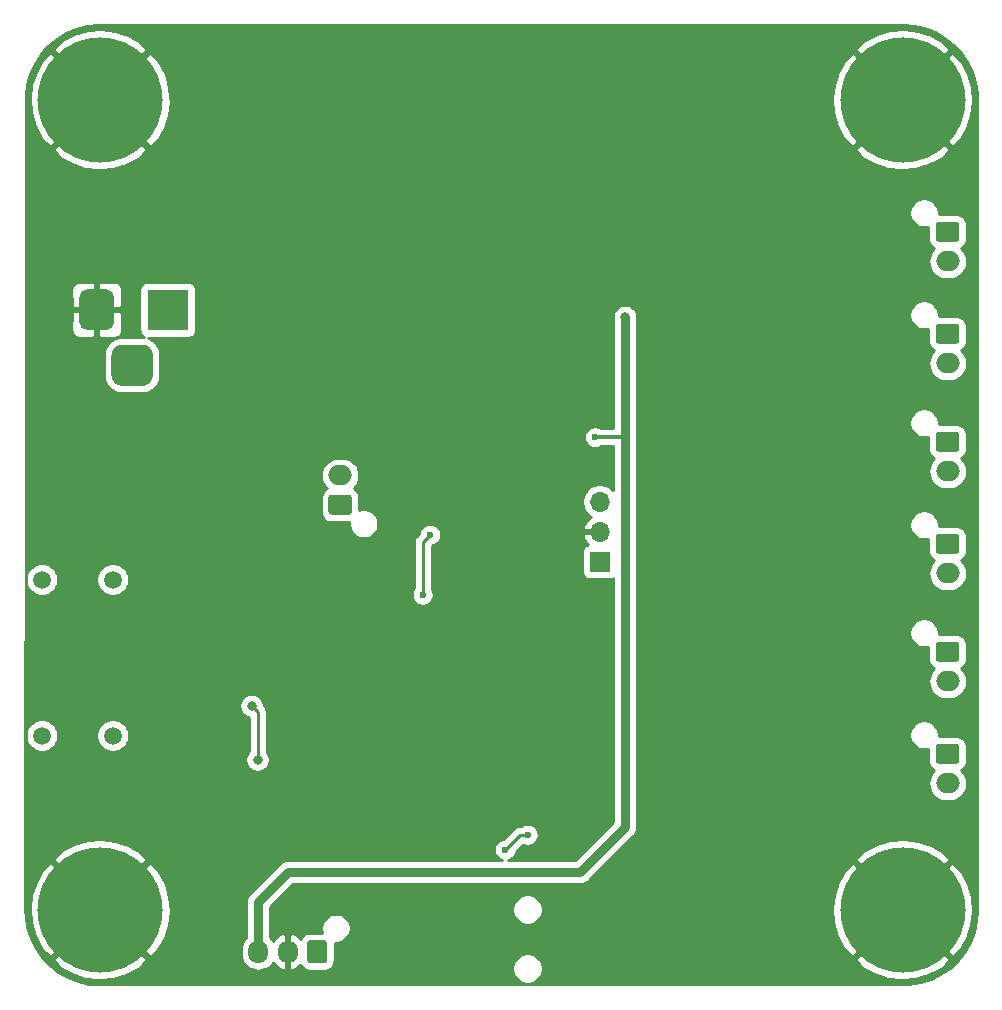
<source format=gbr>
%TF.GenerationSoftware,KiCad,Pcbnew,5.1.10-88a1d61d58~90~ubuntu20.04.1*%
%TF.CreationDate,2021-07-29T16:23:07-06:00*%
%TF.ProjectId,ring_light_controller,72696e67-5f6c-4696-9768-745f636f6e74,5*%
%TF.SameCoordinates,Original*%
%TF.FileFunction,Copper,L2,Bot*%
%TF.FilePolarity,Positive*%
%FSLAX46Y46*%
G04 Gerber Fmt 4.6, Leading zero omitted, Abs format (unit mm)*
G04 Created by KiCad (PCBNEW 5.1.10-88a1d61d58~90~ubuntu20.04.1) date 2021-07-29 16:23:07*
%MOMM*%
%LPD*%
G01*
G04 APERTURE LIST*
%TA.AperFunction,WasherPad*%
%ADD10C,1.500000*%
%TD*%
%TA.AperFunction,ComponentPad*%
%ADD11O,2.000000X1.700000*%
%TD*%
%TA.AperFunction,ComponentPad*%
%ADD12C,0.900000*%
%TD*%
%TA.AperFunction,ComponentPad*%
%ADD13C,10.600000*%
%TD*%
%TA.AperFunction,ComponentPad*%
%ADD14R,3.500000X3.500000*%
%TD*%
%TA.AperFunction,ComponentPad*%
%ADD15O,1.700000X1.950000*%
%TD*%
%TA.AperFunction,ComponentPad*%
%ADD16R,1.700000X1.700000*%
%TD*%
%TA.AperFunction,ComponentPad*%
%ADD17O,1.700000X1.700000*%
%TD*%
%TA.AperFunction,ViaPad*%
%ADD18C,0.800000*%
%TD*%
%TA.AperFunction,ViaPad*%
%ADD19C,0.600000*%
%TD*%
%TA.AperFunction,Conductor*%
%ADD20C,0.750000*%
%TD*%
%TA.AperFunction,Conductor*%
%ADD21C,0.300000*%
%TD*%
%TA.AperFunction,Conductor*%
%ADD22C,0.250000*%
%TD*%
%TA.AperFunction,Conductor*%
%ADD23C,0.254000*%
%TD*%
%TA.AperFunction,Conductor*%
%ADD24C,0.100000*%
%TD*%
G04 APERTURE END LIST*
D10*
%TO.P,J2,*%
%TO.N,*%
X101124000Y-106680000D03*
X107124000Y-106680000D03*
%TD*%
%TO.P,J6,1*%
%TO.N,Net-(J6-Pad1)*%
%TA.AperFunction,ComponentPad*%
G36*
G01*
X177050000Y-102782000D02*
X178550000Y-102782000D01*
G75*
G02*
X178800000Y-103032000I0J-250000D01*
G01*
X178800000Y-104232000D01*
G75*
G02*
X178550000Y-104482000I-250000J0D01*
G01*
X177050000Y-104482000D01*
G75*
G02*
X176800000Y-104232000I0J250000D01*
G01*
X176800000Y-103032000D01*
G75*
G02*
X177050000Y-102782000I250000J0D01*
G01*
G37*
%TD.AperFunction*%
D11*
%TO.P,J6,2*%
%TO.N,+24V*%
X177800000Y-106132000D03*
%TD*%
D12*
%TO.P,H1,1*%
%TO.N,GND*%
X176800749Y-131809251D03*
X173990000Y-130645000D03*
X171179251Y-131809251D03*
X170015000Y-134620000D03*
X171179251Y-137430749D03*
X173990000Y-138595000D03*
X176800749Y-137430749D03*
X177965000Y-134620000D03*
D13*
X173990000Y-134620000D03*
%TD*%
%TO.P,H2,1*%
%TO.N,GND*%
X173990000Y-66040000D03*
D12*
X177965000Y-66040000D03*
X176800749Y-68850749D03*
X173990000Y-70015000D03*
X171179251Y-68850749D03*
X170015000Y-66040000D03*
X171179251Y-63229251D03*
X173990000Y-62065000D03*
X176800749Y-63229251D03*
%TD*%
%TO.P,H3,1*%
%TO.N,GND*%
X108855749Y-63229251D03*
X106045000Y-62065000D03*
X103234251Y-63229251D03*
X102070000Y-66040000D03*
X103234251Y-68850749D03*
X106045000Y-70015000D03*
X108855749Y-68850749D03*
X110020000Y-66040000D03*
D13*
X106045000Y-66040000D03*
%TD*%
%TO.P,H4,1*%
%TO.N,GND*%
X106045000Y-134620000D03*
D12*
X110020000Y-134620000D03*
X108855749Y-137430749D03*
X106045000Y-138595000D03*
X103234251Y-137430749D03*
X102070000Y-134620000D03*
X103234251Y-131809251D03*
X106045000Y-130645000D03*
X108855749Y-131809251D03*
%TD*%
D11*
%TO.P,J4,2*%
%TO.N,+24V*%
X177800000Y-123912000D03*
%TO.P,J4,1*%
%TO.N,Net-(J4-Pad1)*%
%TA.AperFunction,ComponentPad*%
G36*
G01*
X177050000Y-120562000D02*
X178550000Y-120562000D01*
G75*
G02*
X178800000Y-120812000I0J-250000D01*
G01*
X178800000Y-122012000D01*
G75*
G02*
X178550000Y-122262000I-250000J0D01*
G01*
X177050000Y-122262000D01*
G75*
G02*
X176800000Y-122012000I0J250000D01*
G01*
X176800000Y-120812000D01*
G75*
G02*
X177050000Y-120562000I250000J0D01*
G01*
G37*
%TD.AperFunction*%
%TD*%
%TO.P,J5,1*%
%TO.N,Net-(J5-Pad1)*%
%TA.AperFunction,ComponentPad*%
G36*
G01*
X177050000Y-111926000D02*
X178550000Y-111926000D01*
G75*
G02*
X178800000Y-112176000I0J-250000D01*
G01*
X178800000Y-113376000D01*
G75*
G02*
X178550000Y-113626000I-250000J0D01*
G01*
X177050000Y-113626000D01*
G75*
G02*
X176800000Y-113376000I0J250000D01*
G01*
X176800000Y-112176000D01*
G75*
G02*
X177050000Y-111926000I250000J0D01*
G01*
G37*
%TD.AperFunction*%
%TO.P,J5,2*%
%TO.N,+24V*%
X177800000Y-115276000D03*
%TD*%
%TO.P,J7,2*%
%TO.N,+24V*%
X177800000Y-97496000D03*
%TO.P,J7,1*%
%TO.N,Net-(J7-Pad1)*%
%TA.AperFunction,ComponentPad*%
G36*
G01*
X177050000Y-94146000D02*
X178550000Y-94146000D01*
G75*
G02*
X178800000Y-94396000I0J-250000D01*
G01*
X178800000Y-95596000D01*
G75*
G02*
X178550000Y-95846000I-250000J0D01*
G01*
X177050000Y-95846000D01*
G75*
G02*
X176800000Y-95596000I0J250000D01*
G01*
X176800000Y-94396000D01*
G75*
G02*
X177050000Y-94146000I250000J0D01*
G01*
G37*
%TD.AperFunction*%
%TD*%
D14*
%TO.P,J8,1*%
%TO.N,Net-(FB1-Pad2)*%
X111760000Y-83820000D03*
%TO.P,J8,2*%
%TO.N,GND*%
%TA.AperFunction,ComponentPad*%
G36*
G01*
X104260000Y-84820000D02*
X104260000Y-82820000D01*
G75*
G02*
X105010000Y-82070000I750000J0D01*
G01*
X106510000Y-82070000D01*
G75*
G02*
X107260000Y-82820000I0J-750000D01*
G01*
X107260000Y-84820000D01*
G75*
G02*
X106510000Y-85570000I-750000J0D01*
G01*
X105010000Y-85570000D01*
G75*
G02*
X104260000Y-84820000I0J750000D01*
G01*
G37*
%TD.AperFunction*%
%TO.P,J8,3*%
%TO.N,N/C*%
%TA.AperFunction,ComponentPad*%
G36*
G01*
X107010000Y-89395000D02*
X107010000Y-87645000D01*
G75*
G02*
X107885000Y-86770000I875000J0D01*
G01*
X109635000Y-86770000D01*
G75*
G02*
X110510000Y-87645000I0J-875000D01*
G01*
X110510000Y-89395000D01*
G75*
G02*
X109635000Y-90270000I-875000J0D01*
G01*
X107885000Y-90270000D01*
G75*
G02*
X107010000Y-89395000I0J875000D01*
G01*
G37*
%TD.AperFunction*%
%TD*%
D11*
%TO.P,J10,2*%
%TO.N,+24V*%
X177800000Y-88352000D03*
%TO.P,J10,1*%
%TO.N,Net-(J10-Pad1)*%
%TA.AperFunction,ComponentPad*%
G36*
G01*
X177050000Y-85002000D02*
X178550000Y-85002000D01*
G75*
G02*
X178800000Y-85252000I0J-250000D01*
G01*
X178800000Y-86452000D01*
G75*
G02*
X178550000Y-86702000I-250000J0D01*
G01*
X177050000Y-86702000D01*
G75*
G02*
X176800000Y-86452000I0J250000D01*
G01*
X176800000Y-85252000D01*
G75*
G02*
X177050000Y-85002000I250000J0D01*
G01*
G37*
%TD.AperFunction*%
%TD*%
%TO.P,J11,1*%
%TO.N,Net-(J11-Pad1)*%
%TA.AperFunction,ComponentPad*%
G36*
G01*
X177050000Y-76366000D02*
X178550000Y-76366000D01*
G75*
G02*
X178800000Y-76616000I0J-250000D01*
G01*
X178800000Y-77816000D01*
G75*
G02*
X178550000Y-78066000I-250000J0D01*
G01*
X177050000Y-78066000D01*
G75*
G02*
X176800000Y-77816000I0J250000D01*
G01*
X176800000Y-76616000D01*
G75*
G02*
X177050000Y-76366000I250000J0D01*
G01*
G37*
%TD.AperFunction*%
%TO.P,J11,2*%
%TO.N,+24V*%
X177800000Y-79716000D03*
%TD*%
%TO.P,J12,1*%
%TO.N,C_LED_CTRL*%
%TA.AperFunction,ComponentPad*%
G36*
G01*
X125270000Y-137451000D02*
X125270000Y-138901000D01*
G75*
G02*
X125020000Y-139151000I-250000J0D01*
G01*
X123820000Y-139151000D01*
G75*
G02*
X123570000Y-138901000I0J250000D01*
G01*
X123570000Y-137451000D01*
G75*
G02*
X123820000Y-137201000I250000J0D01*
G01*
X125020000Y-137201000D01*
G75*
G02*
X125270000Y-137451000I0J-250000D01*
G01*
G37*
%TD.AperFunction*%
D15*
%TO.P,J12,2*%
%TO.N,GND*%
X121920000Y-138176000D03*
%TO.P,J12,3*%
%TO.N,+5V*%
X119420000Y-138176000D03*
%TD*%
%TO.P,J13,1*%
%TO.N,TEMP_SEN*%
%TA.AperFunction,ComponentPad*%
G36*
G01*
X127115000Y-101180000D02*
X125615000Y-101180000D01*
G75*
G02*
X125365000Y-100930000I0J250000D01*
G01*
X125365000Y-99730000D01*
G75*
G02*
X125615000Y-99480000I250000J0D01*
G01*
X127115000Y-99480000D01*
G75*
G02*
X127365000Y-99730000I0J-250000D01*
G01*
X127365000Y-100930000D01*
G75*
G02*
X127115000Y-101180000I-250000J0D01*
G01*
G37*
%TD.AperFunction*%
D11*
%TO.P,J13,2*%
%TO.N,+5V*%
X126365000Y-97830000D03*
%TD*%
D16*
%TO.P,J9,1*%
%TO.N,+5V*%
X148336000Y-105156000D03*
D17*
%TO.P,J9,2*%
%TO.N,GND*%
X148336000Y-102616000D03*
%TO.P,J9,3*%
%TO.N,Net-(J9-Pad3)*%
X148336000Y-100076000D03*
%TD*%
D10*
%TO.P,J3,*%
%TO.N,*%
X107124000Y-119888000D03*
X101124000Y-119888000D03*
%TD*%
D18*
%TO.N,+5V*%
X150495000Y-84455000D03*
D19*
X147955000Y-94615000D03*
D18*
X118872000Y-117348000D03*
X119380000Y-121920000D03*
%TO.N,GND*%
X134620000Y-88900000D03*
X132715000Y-68580000D03*
X131445000Y-68580000D03*
X130175000Y-68580000D03*
X128905000Y-68580000D03*
X134620000Y-82550000D03*
X128270000Y-90805000D03*
X149860000Y-76200000D03*
D19*
X157480000Y-78740000D03*
X156845000Y-84455000D03*
X161290000Y-85090000D03*
X158115000Y-100330000D03*
X161290000Y-96520000D03*
X157480000Y-116205000D03*
X157480000Y-118745000D03*
X140970000Y-113030000D03*
X136525000Y-119380000D03*
X117729000Y-114173000D03*
X118999000Y-110998000D03*
X142240000Y-96520000D03*
D18*
X105156000Y-93472000D03*
D19*
%TO.N,Net-(J1-PadG)*%
X140335000Y-129540000D03*
X142240000Y-128270000D03*
%TO.N,C_LED_CTRL*%
X133985000Y-102870000D03*
X133350000Y-107950000D03*
%TD*%
D20*
%TO.N,+5V*%
X150495000Y-127635000D02*
X146685000Y-131445000D01*
X146685000Y-131445000D02*
X121920000Y-131445000D01*
X119420000Y-133945000D02*
X119420000Y-137160000D01*
X121920000Y-131445000D02*
X119420000Y-133945000D01*
D21*
X150495000Y-94615000D02*
X147955000Y-94615000D01*
D20*
X150495000Y-84455000D02*
X150495000Y-94615000D01*
X150495000Y-94615000D02*
X150495000Y-127635000D01*
D21*
X147955000Y-94615000D02*
X147955000Y-94615000D01*
D20*
X119420000Y-137160000D02*
X119420000Y-138176000D01*
D22*
X118872000Y-117348000D02*
X119380000Y-117856000D01*
X119380000Y-117856000D02*
X119380000Y-121920000D01*
%TO.N,Net-(J1-PadG)*%
X140335000Y-129540000D02*
X141605000Y-128270000D01*
X141605000Y-128270000D02*
X142240000Y-128270000D01*
%TO.N,C_LED_CTRL*%
X133350000Y-103505000D02*
X133350000Y-107950000D01*
X133985000Y-102870000D02*
X133350000Y-103505000D01*
%TD*%
D23*
%TO.N,GND*%
X174924625Y-59786274D02*
X175838720Y-59993113D01*
X176712199Y-60332790D01*
X177525877Y-60797846D01*
X178261877Y-61378061D01*
X178904035Y-62060695D01*
X179438238Y-62830746D01*
X179852750Y-63671294D01*
X180138469Y-64563880D01*
X180290746Y-65498893D01*
X180315000Y-66054405D01*
X180315001Y-134595498D01*
X180243726Y-135554625D01*
X180036887Y-136468720D01*
X179697210Y-137342199D01*
X179232156Y-138155873D01*
X178651936Y-138891881D01*
X177969305Y-139534035D01*
X177199254Y-140068238D01*
X176358704Y-140482751D01*
X175466120Y-140768469D01*
X174531107Y-140920746D01*
X173975595Y-140945000D01*
X106069488Y-140945000D01*
X105110375Y-140873726D01*
X104196280Y-140666887D01*
X103322801Y-140327210D01*
X102509127Y-139862156D01*
X101773119Y-139281936D01*
X101332509Y-138813552D01*
X102031053Y-138813552D01*
X102643155Y-139518303D01*
X103664133Y-140087851D01*
X104776605Y-140447272D01*
X105937822Y-140582754D01*
X107103156Y-140489090D01*
X108227827Y-140169881D01*
X109268612Y-139637394D01*
X109446845Y-139518303D01*
X110058947Y-138813552D01*
X106045000Y-134799605D01*
X102031053Y-138813552D01*
X101332509Y-138813552D01*
X101130965Y-138599305D01*
X100596762Y-137829254D01*
X100182249Y-136988704D01*
X99896531Y-136096120D01*
X99744254Y-135161107D01*
X99720006Y-134605728D01*
X99720045Y-134512822D01*
X100082246Y-134512822D01*
X100175910Y-135678156D01*
X100495119Y-136802827D01*
X101027606Y-137843612D01*
X101146697Y-138021845D01*
X101851448Y-138633947D01*
X105865395Y-134620000D01*
X106224605Y-134620000D01*
X110238552Y-138633947D01*
X110943303Y-138021845D01*
X110967733Y-137978050D01*
X117935000Y-137978050D01*
X117935000Y-138373949D01*
X117956487Y-138592110D01*
X118041401Y-138872033D01*
X118179294Y-139130013D01*
X118364866Y-139356134D01*
X118590986Y-139541706D01*
X118848966Y-139679599D01*
X119128889Y-139764513D01*
X119420000Y-139793185D01*
X119711110Y-139764513D01*
X119991033Y-139679599D01*
X120249013Y-139541706D01*
X120475134Y-139356134D01*
X120660706Y-139130014D01*
X120674462Y-139104278D01*
X120830951Y-139310429D01*
X121048807Y-139503496D01*
X121300142Y-139650352D01*
X121563110Y-139742476D01*
X121793000Y-139621155D01*
X121793000Y-138303000D01*
X121773000Y-138303000D01*
X121773000Y-138049000D01*
X121793000Y-138049000D01*
X121793000Y-136730845D01*
X122047000Y-136730845D01*
X122047000Y-138049000D01*
X122067000Y-138049000D01*
X122067000Y-138303000D01*
X122047000Y-138303000D01*
X122047000Y-139621155D01*
X122276890Y-139742476D01*
X122539858Y-139650352D01*
X122791193Y-139503496D01*
X123009049Y-139310429D01*
X123025286Y-139289039D01*
X123081595Y-139394386D01*
X123192038Y-139528962D01*
X123326614Y-139639405D01*
X123480150Y-139721472D01*
X123646746Y-139772008D01*
X123820000Y-139789072D01*
X125020000Y-139789072D01*
X125193254Y-139772008D01*
X125359850Y-139721472D01*
X125513386Y-139639405D01*
X125647962Y-139528962D01*
X125689424Y-139478439D01*
X140955000Y-139478439D01*
X140955000Y-139731561D01*
X141004381Y-139979821D01*
X141101247Y-140213676D01*
X141241875Y-140424140D01*
X141420860Y-140603125D01*
X141631324Y-140743753D01*
X141865179Y-140840619D01*
X142113439Y-140890000D01*
X142366561Y-140890000D01*
X142614821Y-140840619D01*
X142848676Y-140743753D01*
X143059140Y-140603125D01*
X143238125Y-140424140D01*
X143378753Y-140213676D01*
X143475619Y-139979821D01*
X143525000Y-139731561D01*
X143525000Y-139478439D01*
X143475619Y-139230179D01*
X143378753Y-138996324D01*
X143256629Y-138813552D01*
X169976053Y-138813552D01*
X170588155Y-139518303D01*
X171609133Y-140087851D01*
X172721605Y-140447272D01*
X173882822Y-140582754D01*
X175048156Y-140489090D01*
X176172827Y-140169881D01*
X177213612Y-139637394D01*
X177391845Y-139518303D01*
X178003947Y-138813552D01*
X173990000Y-134799605D01*
X169976053Y-138813552D01*
X143256629Y-138813552D01*
X143238125Y-138785860D01*
X143059140Y-138606875D01*
X142848676Y-138466247D01*
X142614821Y-138369381D01*
X142366561Y-138320000D01*
X142113439Y-138320000D01*
X141865179Y-138369381D01*
X141631324Y-138466247D01*
X141420860Y-138606875D01*
X141241875Y-138785860D01*
X141101247Y-138996324D01*
X141004381Y-139230179D01*
X140955000Y-139478439D01*
X125689424Y-139478439D01*
X125758405Y-139394386D01*
X125840472Y-139240850D01*
X125891008Y-139074254D01*
X125908072Y-138901000D01*
X125908072Y-137451000D01*
X125904132Y-137411000D01*
X126141637Y-137411000D01*
X126380236Y-137363540D01*
X126604992Y-137270443D01*
X126807267Y-137135287D01*
X126979287Y-136963267D01*
X127114443Y-136760992D01*
X127207540Y-136536236D01*
X127255000Y-136297637D01*
X127255000Y-136054363D01*
X127207540Y-135815764D01*
X127114443Y-135591008D01*
X126979287Y-135388733D01*
X126807267Y-135216713D01*
X126604992Y-135081557D01*
X126380236Y-134988460D01*
X126141637Y-134941000D01*
X125898363Y-134941000D01*
X125659764Y-134988460D01*
X125435008Y-135081557D01*
X125232733Y-135216713D01*
X125060713Y-135388733D01*
X124925557Y-135591008D01*
X124832460Y-135815764D01*
X124785000Y-136054363D01*
X124785000Y-136297637D01*
X124832460Y-136536236D01*
X124843516Y-136562928D01*
X123820000Y-136562928D01*
X123646746Y-136579992D01*
X123480150Y-136630528D01*
X123326614Y-136712595D01*
X123192038Y-136823038D01*
X123081595Y-136957614D01*
X123025286Y-137062961D01*
X123009049Y-137041571D01*
X122791193Y-136848504D01*
X122539858Y-136701648D01*
X122276890Y-136609524D01*
X122047000Y-136730845D01*
X121793000Y-136730845D01*
X121563110Y-136609524D01*
X121300142Y-136701648D01*
X121048807Y-136848504D01*
X120830951Y-137041571D01*
X120674462Y-137247722D01*
X120660706Y-137221986D01*
X120475134Y-136995866D01*
X120430000Y-136958825D01*
X120430000Y-134478439D01*
X140955000Y-134478439D01*
X140955000Y-134731561D01*
X141004381Y-134979821D01*
X141101247Y-135213676D01*
X141241875Y-135424140D01*
X141420860Y-135603125D01*
X141631324Y-135743753D01*
X141865179Y-135840619D01*
X142113439Y-135890000D01*
X142366561Y-135890000D01*
X142614821Y-135840619D01*
X142848676Y-135743753D01*
X143059140Y-135603125D01*
X143238125Y-135424140D01*
X143378753Y-135213676D01*
X143475619Y-134979821D01*
X143525000Y-134731561D01*
X143525000Y-134512822D01*
X168027246Y-134512822D01*
X168120910Y-135678156D01*
X168440119Y-136802827D01*
X168972606Y-137843612D01*
X169091697Y-138021845D01*
X169796448Y-138633947D01*
X173810395Y-134620000D01*
X174169605Y-134620000D01*
X178183552Y-138633947D01*
X178888303Y-138021845D01*
X179457851Y-137000867D01*
X179817272Y-135888395D01*
X179952754Y-134727178D01*
X179859090Y-133561844D01*
X179539881Y-132437173D01*
X179007394Y-131396388D01*
X178888303Y-131218155D01*
X178183552Y-130606053D01*
X174169605Y-134620000D01*
X173810395Y-134620000D01*
X169796448Y-130606053D01*
X169091697Y-131218155D01*
X168522149Y-132239133D01*
X168162728Y-133351605D01*
X168027246Y-134512822D01*
X143525000Y-134512822D01*
X143525000Y-134478439D01*
X143475619Y-134230179D01*
X143378753Y-133996324D01*
X143238125Y-133785860D01*
X143059140Y-133606875D01*
X142848676Y-133466247D01*
X142614821Y-133369381D01*
X142366561Y-133320000D01*
X142113439Y-133320000D01*
X141865179Y-133369381D01*
X141631324Y-133466247D01*
X141420860Y-133606875D01*
X141241875Y-133785860D01*
X141101247Y-133996324D01*
X141004381Y-134230179D01*
X140955000Y-134478439D01*
X120430000Y-134478439D01*
X120430000Y-134363355D01*
X122338356Y-132455000D01*
X146635392Y-132455000D01*
X146685000Y-132459886D01*
X146882994Y-132440385D01*
X147073380Y-132382632D01*
X147248840Y-132288847D01*
X147402633Y-132162633D01*
X147434261Y-132124094D01*
X149131907Y-130426448D01*
X169976053Y-130426448D01*
X173990000Y-134440395D01*
X178003947Y-130426448D01*
X177391845Y-129721697D01*
X176370867Y-129152149D01*
X175258395Y-128792728D01*
X174097178Y-128657246D01*
X172931844Y-128750910D01*
X171807173Y-129070119D01*
X170766388Y-129602606D01*
X170588155Y-129721697D01*
X169976053Y-130426448D01*
X149131907Y-130426448D01*
X151174100Y-128384256D01*
X151212633Y-128352633D01*
X151338847Y-128198840D01*
X151432632Y-128023380D01*
X151486523Y-127845725D01*
X151490385Y-127832995D01*
X151509886Y-127635000D01*
X151505000Y-127585392D01*
X151505000Y-119690363D01*
X174565000Y-119690363D01*
X174565000Y-119933637D01*
X174612460Y-120172236D01*
X174705557Y-120396992D01*
X174840713Y-120599267D01*
X175012733Y-120771287D01*
X175215008Y-120906443D01*
X175439764Y-120999540D01*
X175678363Y-121047000D01*
X175921637Y-121047000D01*
X176160236Y-120999540D01*
X176161928Y-120998839D01*
X176161928Y-122012000D01*
X176178992Y-122185254D01*
X176229528Y-122351850D01*
X176311595Y-122505386D01*
X176422038Y-122639962D01*
X176556614Y-122750405D01*
X176658337Y-122804777D01*
X176594866Y-122856866D01*
X176409294Y-123082986D01*
X176271401Y-123340966D01*
X176186487Y-123620889D01*
X176157815Y-123912000D01*
X176186487Y-124203111D01*
X176271401Y-124483034D01*
X176409294Y-124741014D01*
X176594866Y-124967134D01*
X176820986Y-125152706D01*
X177078966Y-125290599D01*
X177358889Y-125375513D01*
X177577050Y-125397000D01*
X178022950Y-125397000D01*
X178241111Y-125375513D01*
X178521034Y-125290599D01*
X178779014Y-125152706D01*
X179005134Y-124967134D01*
X179190706Y-124741014D01*
X179328599Y-124483034D01*
X179413513Y-124203111D01*
X179442185Y-123912000D01*
X179413513Y-123620889D01*
X179328599Y-123340966D01*
X179190706Y-123082986D01*
X179005134Y-122856866D01*
X178941663Y-122804777D01*
X179043386Y-122750405D01*
X179177962Y-122639962D01*
X179288405Y-122505386D01*
X179370472Y-122351850D01*
X179421008Y-122185254D01*
X179438072Y-122012000D01*
X179438072Y-120812000D01*
X179421008Y-120638746D01*
X179370472Y-120472150D01*
X179288405Y-120318614D01*
X179177962Y-120184038D01*
X179043386Y-120073595D01*
X178889850Y-119991528D01*
X178723254Y-119940992D01*
X178550000Y-119923928D01*
X177050000Y-119923928D01*
X177035000Y-119925405D01*
X177035000Y-119690363D01*
X176987540Y-119451764D01*
X176894443Y-119227008D01*
X176759287Y-119024733D01*
X176587267Y-118852713D01*
X176384992Y-118717557D01*
X176160236Y-118624460D01*
X175921637Y-118577000D01*
X175678363Y-118577000D01*
X175439764Y-118624460D01*
X175215008Y-118717557D01*
X175012733Y-118852713D01*
X174840713Y-119024733D01*
X174705557Y-119227008D01*
X174612460Y-119451764D01*
X174565000Y-119690363D01*
X151505000Y-119690363D01*
X151505000Y-111054363D01*
X174565000Y-111054363D01*
X174565000Y-111297637D01*
X174612460Y-111536236D01*
X174705557Y-111760992D01*
X174840713Y-111963267D01*
X175012733Y-112135287D01*
X175215008Y-112270443D01*
X175439764Y-112363540D01*
X175678363Y-112411000D01*
X175921637Y-112411000D01*
X176160236Y-112363540D01*
X176161928Y-112362839D01*
X176161928Y-113376000D01*
X176178992Y-113549254D01*
X176229528Y-113715850D01*
X176311595Y-113869386D01*
X176422038Y-114003962D01*
X176556614Y-114114405D01*
X176658337Y-114168777D01*
X176594866Y-114220866D01*
X176409294Y-114446986D01*
X176271401Y-114704966D01*
X176186487Y-114984889D01*
X176157815Y-115276000D01*
X176186487Y-115567111D01*
X176271401Y-115847034D01*
X176409294Y-116105014D01*
X176594866Y-116331134D01*
X176820986Y-116516706D01*
X177078966Y-116654599D01*
X177358889Y-116739513D01*
X177577050Y-116761000D01*
X178022950Y-116761000D01*
X178241111Y-116739513D01*
X178521034Y-116654599D01*
X178779014Y-116516706D01*
X179005134Y-116331134D01*
X179190706Y-116105014D01*
X179328599Y-115847034D01*
X179413513Y-115567111D01*
X179442185Y-115276000D01*
X179413513Y-114984889D01*
X179328599Y-114704966D01*
X179190706Y-114446986D01*
X179005134Y-114220866D01*
X178941663Y-114168777D01*
X179043386Y-114114405D01*
X179177962Y-114003962D01*
X179288405Y-113869386D01*
X179370472Y-113715850D01*
X179421008Y-113549254D01*
X179438072Y-113376000D01*
X179438072Y-112176000D01*
X179421008Y-112002746D01*
X179370472Y-111836150D01*
X179288405Y-111682614D01*
X179177962Y-111548038D01*
X179043386Y-111437595D01*
X178889850Y-111355528D01*
X178723254Y-111304992D01*
X178550000Y-111287928D01*
X177050000Y-111287928D01*
X177035000Y-111289405D01*
X177035000Y-111054363D01*
X176987540Y-110815764D01*
X176894443Y-110591008D01*
X176759287Y-110388733D01*
X176587267Y-110216713D01*
X176384992Y-110081557D01*
X176160236Y-109988460D01*
X175921637Y-109941000D01*
X175678363Y-109941000D01*
X175439764Y-109988460D01*
X175215008Y-110081557D01*
X175012733Y-110216713D01*
X174840713Y-110388733D01*
X174705557Y-110591008D01*
X174612460Y-110815764D01*
X174565000Y-111054363D01*
X151505000Y-111054363D01*
X151505000Y-101910363D01*
X174565000Y-101910363D01*
X174565000Y-102153637D01*
X174612460Y-102392236D01*
X174705557Y-102616992D01*
X174840713Y-102819267D01*
X175012733Y-102991287D01*
X175215008Y-103126443D01*
X175439764Y-103219540D01*
X175678363Y-103267000D01*
X175921637Y-103267000D01*
X176160236Y-103219540D01*
X176161928Y-103218839D01*
X176161928Y-104232000D01*
X176178992Y-104405254D01*
X176229528Y-104571850D01*
X176311595Y-104725386D01*
X176422038Y-104859962D01*
X176556614Y-104970405D01*
X176658337Y-105024777D01*
X176594866Y-105076866D01*
X176409294Y-105302986D01*
X176271401Y-105560966D01*
X176186487Y-105840889D01*
X176157815Y-106132000D01*
X176186487Y-106423111D01*
X176271401Y-106703034D01*
X176409294Y-106961014D01*
X176594866Y-107187134D01*
X176820986Y-107372706D01*
X177078966Y-107510599D01*
X177358889Y-107595513D01*
X177577050Y-107617000D01*
X178022950Y-107617000D01*
X178241111Y-107595513D01*
X178521034Y-107510599D01*
X178779014Y-107372706D01*
X179005134Y-107187134D01*
X179190706Y-106961014D01*
X179328599Y-106703034D01*
X179413513Y-106423111D01*
X179442185Y-106132000D01*
X179413513Y-105840889D01*
X179328599Y-105560966D01*
X179190706Y-105302986D01*
X179005134Y-105076866D01*
X178941663Y-105024777D01*
X179043386Y-104970405D01*
X179177962Y-104859962D01*
X179288405Y-104725386D01*
X179370472Y-104571850D01*
X179421008Y-104405254D01*
X179438072Y-104232000D01*
X179438072Y-103032000D01*
X179421008Y-102858746D01*
X179370472Y-102692150D01*
X179288405Y-102538614D01*
X179177962Y-102404038D01*
X179043386Y-102293595D01*
X178889850Y-102211528D01*
X178723254Y-102160992D01*
X178550000Y-102143928D01*
X177050000Y-102143928D01*
X177035000Y-102145405D01*
X177035000Y-101910363D01*
X176987540Y-101671764D01*
X176894443Y-101447008D01*
X176759287Y-101244733D01*
X176587267Y-101072713D01*
X176384992Y-100937557D01*
X176160236Y-100844460D01*
X175921637Y-100797000D01*
X175678363Y-100797000D01*
X175439764Y-100844460D01*
X175215008Y-100937557D01*
X175012733Y-101072713D01*
X174840713Y-101244733D01*
X174705557Y-101447008D01*
X174612460Y-101671764D01*
X174565000Y-101910363D01*
X151505000Y-101910363D01*
X151505000Y-93274363D01*
X174565000Y-93274363D01*
X174565000Y-93517637D01*
X174612460Y-93756236D01*
X174705557Y-93980992D01*
X174840713Y-94183267D01*
X175012733Y-94355287D01*
X175215008Y-94490443D01*
X175439764Y-94583540D01*
X175678363Y-94631000D01*
X175921637Y-94631000D01*
X176160236Y-94583540D01*
X176161928Y-94582839D01*
X176161928Y-95596000D01*
X176178992Y-95769254D01*
X176229528Y-95935850D01*
X176311595Y-96089386D01*
X176422038Y-96223962D01*
X176556614Y-96334405D01*
X176658337Y-96388777D01*
X176594866Y-96440866D01*
X176409294Y-96666986D01*
X176271401Y-96924966D01*
X176186487Y-97204889D01*
X176157815Y-97496000D01*
X176186487Y-97787111D01*
X176271401Y-98067034D01*
X176409294Y-98325014D01*
X176594866Y-98551134D01*
X176820986Y-98736706D01*
X177078966Y-98874599D01*
X177358889Y-98959513D01*
X177577050Y-98981000D01*
X178022950Y-98981000D01*
X178241111Y-98959513D01*
X178521034Y-98874599D01*
X178779014Y-98736706D01*
X179005134Y-98551134D01*
X179190706Y-98325014D01*
X179328599Y-98067034D01*
X179413513Y-97787111D01*
X179442185Y-97496000D01*
X179413513Y-97204889D01*
X179328599Y-96924966D01*
X179190706Y-96666986D01*
X179005134Y-96440866D01*
X178941663Y-96388777D01*
X179043386Y-96334405D01*
X179177962Y-96223962D01*
X179288405Y-96089386D01*
X179370472Y-95935850D01*
X179421008Y-95769254D01*
X179438072Y-95596000D01*
X179438072Y-94396000D01*
X179421008Y-94222746D01*
X179370472Y-94056150D01*
X179288405Y-93902614D01*
X179177962Y-93768038D01*
X179043386Y-93657595D01*
X178889850Y-93575528D01*
X178723254Y-93524992D01*
X178550000Y-93507928D01*
X177050000Y-93507928D01*
X177035000Y-93509405D01*
X177035000Y-93274363D01*
X176987540Y-93035764D01*
X176894443Y-92811008D01*
X176759287Y-92608733D01*
X176587267Y-92436713D01*
X176384992Y-92301557D01*
X176160236Y-92208460D01*
X175921637Y-92161000D01*
X175678363Y-92161000D01*
X175439764Y-92208460D01*
X175215008Y-92301557D01*
X175012733Y-92436713D01*
X174840713Y-92608733D01*
X174705557Y-92811008D01*
X174612460Y-93035764D01*
X174565000Y-93274363D01*
X151505000Y-93274363D01*
X151505000Y-84682623D01*
X151530000Y-84556939D01*
X151530000Y-84353061D01*
X151490226Y-84153102D01*
X151480808Y-84130363D01*
X174565000Y-84130363D01*
X174565000Y-84373637D01*
X174612460Y-84612236D01*
X174705557Y-84836992D01*
X174840713Y-85039267D01*
X175012733Y-85211287D01*
X175215008Y-85346443D01*
X175439764Y-85439540D01*
X175678363Y-85487000D01*
X175921637Y-85487000D01*
X176160236Y-85439540D01*
X176161928Y-85438839D01*
X176161928Y-86452000D01*
X176178992Y-86625254D01*
X176229528Y-86791850D01*
X176311595Y-86945386D01*
X176422038Y-87079962D01*
X176556614Y-87190405D01*
X176658337Y-87244777D01*
X176594866Y-87296866D01*
X176409294Y-87522986D01*
X176271401Y-87780966D01*
X176186487Y-88060889D01*
X176157815Y-88352000D01*
X176186487Y-88643111D01*
X176271401Y-88923034D01*
X176409294Y-89181014D01*
X176594866Y-89407134D01*
X176820986Y-89592706D01*
X177078966Y-89730599D01*
X177358889Y-89815513D01*
X177577050Y-89837000D01*
X178022950Y-89837000D01*
X178241111Y-89815513D01*
X178521034Y-89730599D01*
X178779014Y-89592706D01*
X179005134Y-89407134D01*
X179190706Y-89181014D01*
X179328599Y-88923034D01*
X179413513Y-88643111D01*
X179442185Y-88352000D01*
X179413513Y-88060889D01*
X179328599Y-87780966D01*
X179190706Y-87522986D01*
X179005134Y-87296866D01*
X178941663Y-87244777D01*
X179043386Y-87190405D01*
X179177962Y-87079962D01*
X179288405Y-86945386D01*
X179370472Y-86791850D01*
X179421008Y-86625254D01*
X179438072Y-86452000D01*
X179438072Y-85252000D01*
X179421008Y-85078746D01*
X179370472Y-84912150D01*
X179288405Y-84758614D01*
X179177962Y-84624038D01*
X179043386Y-84513595D01*
X178889850Y-84431528D01*
X178723254Y-84380992D01*
X178550000Y-84363928D01*
X177050000Y-84363928D01*
X177035000Y-84365405D01*
X177035000Y-84130363D01*
X176987540Y-83891764D01*
X176894443Y-83667008D01*
X176759287Y-83464733D01*
X176587267Y-83292713D01*
X176384992Y-83157557D01*
X176160236Y-83064460D01*
X175921637Y-83017000D01*
X175678363Y-83017000D01*
X175439764Y-83064460D01*
X175215008Y-83157557D01*
X175012733Y-83292713D01*
X174840713Y-83464733D01*
X174705557Y-83667008D01*
X174612460Y-83891764D01*
X174565000Y-84130363D01*
X151480808Y-84130363D01*
X151412205Y-83964744D01*
X151298937Y-83795226D01*
X151154774Y-83651063D01*
X150985256Y-83537795D01*
X150796898Y-83459774D01*
X150596939Y-83420000D01*
X150393061Y-83420000D01*
X150193102Y-83459774D01*
X150004744Y-83537795D01*
X149835226Y-83651063D01*
X149691063Y-83795226D01*
X149577795Y-83964744D01*
X149499774Y-84153102D01*
X149460000Y-84353061D01*
X149460000Y-84556939D01*
X149485000Y-84682624D01*
X149485001Y-93830000D01*
X148463120Y-93830000D01*
X148397889Y-93786414D01*
X148227729Y-93715932D01*
X148047089Y-93680000D01*
X147862911Y-93680000D01*
X147682271Y-93715932D01*
X147512111Y-93786414D01*
X147358972Y-93888738D01*
X147228738Y-94018972D01*
X147126414Y-94172111D01*
X147055932Y-94342271D01*
X147020000Y-94522911D01*
X147020000Y-94707089D01*
X147055932Y-94887729D01*
X147126414Y-95057889D01*
X147228738Y-95211028D01*
X147358972Y-95341262D01*
X147512111Y-95443586D01*
X147682271Y-95514068D01*
X147862911Y-95550000D01*
X148047089Y-95550000D01*
X148227729Y-95514068D01*
X148397889Y-95443586D01*
X148463120Y-95400000D01*
X149485000Y-95400000D01*
X149485000Y-99124893D01*
X149282632Y-98922525D01*
X149039411Y-98760010D01*
X148769158Y-98648068D01*
X148482260Y-98591000D01*
X148189740Y-98591000D01*
X147902842Y-98648068D01*
X147632589Y-98760010D01*
X147389368Y-98922525D01*
X147182525Y-99129368D01*
X147020010Y-99372589D01*
X146908068Y-99642842D01*
X146851000Y-99929740D01*
X146851000Y-100222260D01*
X146908068Y-100509158D01*
X147020010Y-100779411D01*
X147182525Y-101022632D01*
X147389368Y-101229475D01*
X147571534Y-101351195D01*
X147454645Y-101420822D01*
X147238412Y-101615731D01*
X147064359Y-101849080D01*
X146939175Y-102111901D01*
X146894524Y-102259110D01*
X147015845Y-102489000D01*
X148209000Y-102489000D01*
X148209000Y-102469000D01*
X148463000Y-102469000D01*
X148463000Y-102489000D01*
X148483000Y-102489000D01*
X148483000Y-102743000D01*
X148463000Y-102743000D01*
X148463000Y-102763000D01*
X148209000Y-102763000D01*
X148209000Y-102743000D01*
X147015845Y-102743000D01*
X146894524Y-102972890D01*
X146939175Y-103120099D01*
X147064359Y-103382920D01*
X147238412Y-103616269D01*
X147322466Y-103692034D01*
X147241820Y-103716498D01*
X147131506Y-103775463D01*
X147034815Y-103854815D01*
X146955463Y-103951506D01*
X146896498Y-104061820D01*
X146860188Y-104181518D01*
X146847928Y-104306000D01*
X146847928Y-106006000D01*
X146860188Y-106130482D01*
X146896498Y-106250180D01*
X146955463Y-106360494D01*
X147034815Y-106457185D01*
X147131506Y-106536537D01*
X147241820Y-106595502D01*
X147361518Y-106631812D01*
X147486000Y-106644072D01*
X149186000Y-106644072D01*
X149310482Y-106631812D01*
X149430180Y-106595502D01*
X149485000Y-106566199D01*
X149485001Y-127216643D01*
X146266645Y-130435000D01*
X140617550Y-130435000D01*
X140777889Y-130368586D01*
X140931028Y-130266262D01*
X141061262Y-130136028D01*
X141163586Y-129982889D01*
X141234068Y-129812729D01*
X141258153Y-129691649D01*
X141835369Y-129114433D01*
X141967271Y-129169068D01*
X142147911Y-129205000D01*
X142332089Y-129205000D01*
X142512729Y-129169068D01*
X142682889Y-129098586D01*
X142836028Y-128996262D01*
X142966262Y-128866028D01*
X143068586Y-128712889D01*
X143139068Y-128542729D01*
X143175000Y-128362089D01*
X143175000Y-128177911D01*
X143139068Y-127997271D01*
X143068586Y-127827111D01*
X142966262Y-127673972D01*
X142836028Y-127543738D01*
X142682889Y-127441414D01*
X142512729Y-127370932D01*
X142332089Y-127335000D01*
X142147911Y-127335000D01*
X141967271Y-127370932D01*
X141797111Y-127441414D01*
X141694465Y-127510000D01*
X141642322Y-127510000D01*
X141604999Y-127506324D01*
X141567676Y-127510000D01*
X141567667Y-127510000D01*
X141456014Y-127520997D01*
X141312753Y-127564454D01*
X141180724Y-127635026D01*
X141064999Y-127729999D01*
X141041201Y-127758997D01*
X140183351Y-128616847D01*
X140062271Y-128640932D01*
X139892111Y-128711414D01*
X139738972Y-128813738D01*
X139608738Y-128943972D01*
X139506414Y-129097111D01*
X139435932Y-129267271D01*
X139400000Y-129447911D01*
X139400000Y-129632089D01*
X139435932Y-129812729D01*
X139506414Y-129982889D01*
X139608738Y-130136028D01*
X139738972Y-130266262D01*
X139892111Y-130368586D01*
X140052450Y-130435000D01*
X121969608Y-130435000D01*
X121920000Y-130430114D01*
X121722005Y-130449615D01*
X121531620Y-130507368D01*
X121356160Y-130601153D01*
X121202367Y-130727367D01*
X121170744Y-130765900D01*
X118740906Y-133195739D01*
X118702367Y-133227367D01*
X118576153Y-133381160D01*
X118494982Y-133533021D01*
X118482368Y-133556621D01*
X118424615Y-133747006D01*
X118405114Y-133945000D01*
X118410000Y-133994608D01*
X118410001Y-136958825D01*
X118364866Y-136995866D01*
X118179294Y-137221986D01*
X118041401Y-137479966D01*
X117956487Y-137759889D01*
X117935000Y-137978050D01*
X110967733Y-137978050D01*
X111512851Y-137000867D01*
X111872272Y-135888395D01*
X112007754Y-134727178D01*
X111914090Y-133561844D01*
X111594881Y-132437173D01*
X111062394Y-131396388D01*
X110943303Y-131218155D01*
X110238552Y-130606053D01*
X106224605Y-134620000D01*
X105865395Y-134620000D01*
X101851448Y-130606053D01*
X101146697Y-131218155D01*
X100577149Y-132239133D01*
X100217728Y-133351605D01*
X100082246Y-134512822D01*
X99720045Y-134512822D01*
X99721769Y-130426448D01*
X102031053Y-130426448D01*
X106045000Y-134440395D01*
X110058947Y-130426448D01*
X109446845Y-129721697D01*
X108425867Y-129152149D01*
X107313395Y-128792728D01*
X106152178Y-128657246D01*
X104986844Y-128750910D01*
X103862173Y-129070119D01*
X102821388Y-129602606D01*
X102643155Y-129721697D01*
X102031053Y-130426448D01*
X99721769Y-130426448D01*
X99726276Y-119751589D01*
X99739000Y-119751589D01*
X99739000Y-120024411D01*
X99792225Y-120291989D01*
X99896629Y-120544043D01*
X100048201Y-120770886D01*
X100241114Y-120963799D01*
X100467957Y-121115371D01*
X100720011Y-121219775D01*
X100987589Y-121273000D01*
X101260411Y-121273000D01*
X101527989Y-121219775D01*
X101780043Y-121115371D01*
X102006886Y-120963799D01*
X102199799Y-120770886D01*
X102351371Y-120544043D01*
X102455775Y-120291989D01*
X102509000Y-120024411D01*
X102509000Y-119751589D01*
X105739000Y-119751589D01*
X105739000Y-120024411D01*
X105792225Y-120291989D01*
X105896629Y-120544043D01*
X106048201Y-120770886D01*
X106241114Y-120963799D01*
X106467957Y-121115371D01*
X106720011Y-121219775D01*
X106987589Y-121273000D01*
X107260411Y-121273000D01*
X107527989Y-121219775D01*
X107780043Y-121115371D01*
X108006886Y-120963799D01*
X108199799Y-120770886D01*
X108351371Y-120544043D01*
X108455775Y-120291989D01*
X108509000Y-120024411D01*
X108509000Y-119751589D01*
X108455775Y-119484011D01*
X108351371Y-119231957D01*
X108199799Y-119005114D01*
X108006886Y-118812201D01*
X107780043Y-118660629D01*
X107527989Y-118556225D01*
X107260411Y-118503000D01*
X106987589Y-118503000D01*
X106720011Y-118556225D01*
X106467957Y-118660629D01*
X106241114Y-118812201D01*
X106048201Y-119005114D01*
X105896629Y-119231957D01*
X105792225Y-119484011D01*
X105739000Y-119751589D01*
X102509000Y-119751589D01*
X102455775Y-119484011D01*
X102351371Y-119231957D01*
X102199799Y-119005114D01*
X102006886Y-118812201D01*
X101780043Y-118660629D01*
X101527989Y-118556225D01*
X101260411Y-118503000D01*
X100987589Y-118503000D01*
X100720011Y-118556225D01*
X100467957Y-118660629D01*
X100241114Y-118812201D01*
X100048201Y-119005114D01*
X99896629Y-119231957D01*
X99792225Y-119484011D01*
X99739000Y-119751589D01*
X99726276Y-119751589D01*
X99727333Y-117246061D01*
X117837000Y-117246061D01*
X117837000Y-117449939D01*
X117876774Y-117649898D01*
X117954795Y-117838256D01*
X118068063Y-118007774D01*
X118212226Y-118151937D01*
X118381744Y-118265205D01*
X118570102Y-118343226D01*
X118620000Y-118353151D01*
X118620001Y-121216288D01*
X118576063Y-121260226D01*
X118462795Y-121429744D01*
X118384774Y-121618102D01*
X118345000Y-121818061D01*
X118345000Y-122021939D01*
X118384774Y-122221898D01*
X118462795Y-122410256D01*
X118576063Y-122579774D01*
X118720226Y-122723937D01*
X118889744Y-122837205D01*
X119078102Y-122915226D01*
X119278061Y-122955000D01*
X119481939Y-122955000D01*
X119681898Y-122915226D01*
X119870256Y-122837205D01*
X120039774Y-122723937D01*
X120183937Y-122579774D01*
X120297205Y-122410256D01*
X120375226Y-122221898D01*
X120415000Y-122021939D01*
X120415000Y-121818061D01*
X120375226Y-121618102D01*
X120297205Y-121429744D01*
X120183937Y-121260226D01*
X120140000Y-121216289D01*
X120140000Y-117893322D01*
X120143676Y-117855999D01*
X120140000Y-117818676D01*
X120140000Y-117818667D01*
X120129003Y-117707014D01*
X120085546Y-117563753D01*
X120014974Y-117431724D01*
X119920001Y-117315999D01*
X119907000Y-117305329D01*
X119907000Y-117246061D01*
X119867226Y-117046102D01*
X119789205Y-116857744D01*
X119675937Y-116688226D01*
X119531774Y-116544063D01*
X119362256Y-116430795D01*
X119173898Y-116352774D01*
X118973939Y-116313000D01*
X118770061Y-116313000D01*
X118570102Y-116352774D01*
X118381744Y-116430795D01*
X118212226Y-116544063D01*
X118068063Y-116688226D01*
X117954795Y-116857744D01*
X117876774Y-117046102D01*
X117837000Y-117246061D01*
X99727333Y-117246061D01*
X99731852Y-106543589D01*
X99739000Y-106543589D01*
X99739000Y-106816411D01*
X99792225Y-107083989D01*
X99896629Y-107336043D01*
X100048201Y-107562886D01*
X100241114Y-107755799D01*
X100467957Y-107907371D01*
X100720011Y-108011775D01*
X100987589Y-108065000D01*
X101260411Y-108065000D01*
X101527989Y-108011775D01*
X101780043Y-107907371D01*
X102006886Y-107755799D01*
X102199799Y-107562886D01*
X102351371Y-107336043D01*
X102455775Y-107083989D01*
X102509000Y-106816411D01*
X102509000Y-106543589D01*
X105739000Y-106543589D01*
X105739000Y-106816411D01*
X105792225Y-107083989D01*
X105896629Y-107336043D01*
X106048201Y-107562886D01*
X106241114Y-107755799D01*
X106467957Y-107907371D01*
X106720011Y-108011775D01*
X106987589Y-108065000D01*
X107260411Y-108065000D01*
X107527989Y-108011775D01*
X107780043Y-107907371D01*
X107854064Y-107857911D01*
X132415000Y-107857911D01*
X132415000Y-108042089D01*
X132450932Y-108222729D01*
X132521414Y-108392889D01*
X132623738Y-108546028D01*
X132753972Y-108676262D01*
X132907111Y-108778586D01*
X133077271Y-108849068D01*
X133257911Y-108885000D01*
X133442089Y-108885000D01*
X133622729Y-108849068D01*
X133792889Y-108778586D01*
X133946028Y-108676262D01*
X134076262Y-108546028D01*
X134178586Y-108392889D01*
X134249068Y-108222729D01*
X134285000Y-108042089D01*
X134285000Y-107857911D01*
X134249068Y-107677271D01*
X134178586Y-107507111D01*
X134110000Y-107404465D01*
X134110000Y-103819801D01*
X134136649Y-103793153D01*
X134257729Y-103769068D01*
X134427889Y-103698586D01*
X134581028Y-103596262D01*
X134711262Y-103466028D01*
X134813586Y-103312889D01*
X134884068Y-103142729D01*
X134920000Y-102962089D01*
X134920000Y-102777911D01*
X134884068Y-102597271D01*
X134813586Y-102427111D01*
X134711262Y-102273972D01*
X134581028Y-102143738D01*
X134427889Y-102041414D01*
X134257729Y-101970932D01*
X134077089Y-101935000D01*
X133892911Y-101935000D01*
X133712271Y-101970932D01*
X133542111Y-102041414D01*
X133388972Y-102143738D01*
X133258738Y-102273972D01*
X133156414Y-102427111D01*
X133085932Y-102597271D01*
X133061847Y-102718351D01*
X132839002Y-102941197D01*
X132809999Y-102964999D01*
X132761215Y-103024443D01*
X132715026Y-103080724D01*
X132671451Y-103162247D01*
X132644454Y-103212754D01*
X132600997Y-103356015D01*
X132590000Y-103467668D01*
X132590000Y-103467678D01*
X132586324Y-103505000D01*
X132590000Y-103542323D01*
X132590001Y-107404463D01*
X132521414Y-107507111D01*
X132450932Y-107677271D01*
X132415000Y-107857911D01*
X107854064Y-107857911D01*
X108006886Y-107755799D01*
X108199799Y-107562886D01*
X108351371Y-107336043D01*
X108455775Y-107083989D01*
X108509000Y-106816411D01*
X108509000Y-106543589D01*
X108455775Y-106276011D01*
X108351371Y-106023957D01*
X108199799Y-105797114D01*
X108006886Y-105604201D01*
X107780043Y-105452629D01*
X107527989Y-105348225D01*
X107260411Y-105295000D01*
X106987589Y-105295000D01*
X106720011Y-105348225D01*
X106467957Y-105452629D01*
X106241114Y-105604201D01*
X106048201Y-105797114D01*
X105896629Y-106023957D01*
X105792225Y-106276011D01*
X105739000Y-106543589D01*
X102509000Y-106543589D01*
X102455775Y-106276011D01*
X102351371Y-106023957D01*
X102199799Y-105797114D01*
X102006886Y-105604201D01*
X101780043Y-105452629D01*
X101527989Y-105348225D01*
X101260411Y-105295000D01*
X100987589Y-105295000D01*
X100720011Y-105348225D01*
X100467957Y-105452629D01*
X100241114Y-105604201D01*
X100048201Y-105797114D01*
X99896629Y-106023957D01*
X99792225Y-106276011D01*
X99739000Y-106543589D01*
X99731852Y-106543589D01*
X99735530Y-97830000D01*
X124722815Y-97830000D01*
X124751487Y-98121111D01*
X124836401Y-98401034D01*
X124974294Y-98659014D01*
X125159866Y-98885134D01*
X125223337Y-98937223D01*
X125121614Y-98991595D01*
X124987038Y-99102038D01*
X124876595Y-99236614D01*
X124794528Y-99390150D01*
X124743992Y-99556746D01*
X124726928Y-99730000D01*
X124726928Y-100930000D01*
X124743992Y-101103254D01*
X124794528Y-101269850D01*
X124876595Y-101423386D01*
X124987038Y-101557962D01*
X125121614Y-101668405D01*
X125275150Y-101750472D01*
X125441746Y-101801008D01*
X125615000Y-101818072D01*
X127115000Y-101818072D01*
X127130000Y-101816595D01*
X127130000Y-102051637D01*
X127177460Y-102290236D01*
X127270557Y-102514992D01*
X127405713Y-102717267D01*
X127577733Y-102889287D01*
X127780008Y-103024443D01*
X128004764Y-103117540D01*
X128243363Y-103165000D01*
X128486637Y-103165000D01*
X128725236Y-103117540D01*
X128949992Y-103024443D01*
X129152267Y-102889287D01*
X129324287Y-102717267D01*
X129459443Y-102514992D01*
X129552540Y-102290236D01*
X129600000Y-102051637D01*
X129600000Y-101808363D01*
X129552540Y-101569764D01*
X129459443Y-101345008D01*
X129324287Y-101142733D01*
X129152267Y-100970713D01*
X128949992Y-100835557D01*
X128725236Y-100742460D01*
X128486637Y-100695000D01*
X128243363Y-100695000D01*
X128004764Y-100742460D01*
X128003072Y-100743161D01*
X128003072Y-99730000D01*
X127986008Y-99556746D01*
X127935472Y-99390150D01*
X127853405Y-99236614D01*
X127742962Y-99102038D01*
X127608386Y-98991595D01*
X127506663Y-98937223D01*
X127570134Y-98885134D01*
X127755706Y-98659014D01*
X127893599Y-98401034D01*
X127978513Y-98121111D01*
X128007185Y-97830000D01*
X127978513Y-97538889D01*
X127893599Y-97258966D01*
X127755706Y-97000986D01*
X127570134Y-96774866D01*
X127344014Y-96589294D01*
X127086034Y-96451401D01*
X126806111Y-96366487D01*
X126587950Y-96345000D01*
X126142050Y-96345000D01*
X125923889Y-96366487D01*
X125643966Y-96451401D01*
X125385986Y-96589294D01*
X125159866Y-96774866D01*
X124974294Y-97000986D01*
X124836401Y-97258966D01*
X124751487Y-97538889D01*
X124722815Y-97830000D01*
X99735530Y-97830000D01*
X99739830Y-87645000D01*
X106371928Y-87645000D01*
X106371928Y-89395000D01*
X106401001Y-89690186D01*
X106487104Y-89974028D01*
X106626927Y-90235618D01*
X106815097Y-90464903D01*
X107044382Y-90653073D01*
X107305972Y-90792896D01*
X107589814Y-90878999D01*
X107885000Y-90908072D01*
X109635000Y-90908072D01*
X109930186Y-90878999D01*
X110214028Y-90792896D01*
X110475618Y-90653073D01*
X110704903Y-90464903D01*
X110893073Y-90235618D01*
X111032896Y-89974028D01*
X111118999Y-89690186D01*
X111148072Y-89395000D01*
X111148072Y-87645000D01*
X111118999Y-87349814D01*
X111032896Y-87065972D01*
X110893073Y-86804382D01*
X110704903Y-86575097D01*
X110475618Y-86386927D01*
X110214028Y-86247104D01*
X110085357Y-86208072D01*
X113510000Y-86208072D01*
X113634482Y-86195812D01*
X113754180Y-86159502D01*
X113864494Y-86100537D01*
X113961185Y-86021185D01*
X114040537Y-85924494D01*
X114099502Y-85814180D01*
X114135812Y-85694482D01*
X114148072Y-85570000D01*
X114148072Y-82070000D01*
X114135812Y-81945518D01*
X114099502Y-81825820D01*
X114040537Y-81715506D01*
X113961185Y-81618815D01*
X113864494Y-81539463D01*
X113754180Y-81480498D01*
X113634482Y-81444188D01*
X113510000Y-81431928D01*
X110010000Y-81431928D01*
X109885518Y-81444188D01*
X109765820Y-81480498D01*
X109655506Y-81539463D01*
X109558815Y-81618815D01*
X109479463Y-81715506D01*
X109420498Y-81825820D01*
X109384188Y-81945518D01*
X109371928Y-82070000D01*
X109371928Y-85570000D01*
X109384188Y-85694482D01*
X109420498Y-85814180D01*
X109479463Y-85924494D01*
X109558815Y-86021185D01*
X109655506Y-86100537D01*
X109732131Y-86141494D01*
X109635000Y-86131928D01*
X107885000Y-86131928D01*
X107589814Y-86161001D01*
X107305972Y-86247104D01*
X107044382Y-86386927D01*
X106815097Y-86575097D01*
X106626927Y-86804382D01*
X106487104Y-87065972D01*
X106401001Y-87349814D01*
X106371928Y-87645000D01*
X99739830Y-87645000D01*
X99740706Y-85570000D01*
X103621928Y-85570000D01*
X103634188Y-85694482D01*
X103670498Y-85814180D01*
X103729463Y-85924494D01*
X103808815Y-86021185D01*
X103905506Y-86100537D01*
X104015820Y-86159502D01*
X104135518Y-86195812D01*
X104260000Y-86208072D01*
X105474250Y-86205000D01*
X105633000Y-86046250D01*
X105633000Y-83947000D01*
X105887000Y-83947000D01*
X105887000Y-86046250D01*
X106045750Y-86205000D01*
X107260000Y-86208072D01*
X107384482Y-86195812D01*
X107504180Y-86159502D01*
X107614494Y-86100537D01*
X107711185Y-86021185D01*
X107790537Y-85924494D01*
X107849502Y-85814180D01*
X107885812Y-85694482D01*
X107898072Y-85570000D01*
X107895000Y-84105750D01*
X107736250Y-83947000D01*
X105887000Y-83947000D01*
X105633000Y-83947000D01*
X103783750Y-83947000D01*
X103625000Y-84105750D01*
X103621928Y-85570000D01*
X99740706Y-85570000D01*
X99742183Y-82070000D01*
X103621928Y-82070000D01*
X103625000Y-83534250D01*
X103783750Y-83693000D01*
X105633000Y-83693000D01*
X105633000Y-81593750D01*
X105887000Y-81593750D01*
X105887000Y-83693000D01*
X107736250Y-83693000D01*
X107895000Y-83534250D01*
X107898072Y-82070000D01*
X107885812Y-81945518D01*
X107849502Y-81825820D01*
X107790537Y-81715506D01*
X107711185Y-81618815D01*
X107614494Y-81539463D01*
X107504180Y-81480498D01*
X107384482Y-81444188D01*
X107260000Y-81431928D01*
X106045750Y-81435000D01*
X105887000Y-81593750D01*
X105633000Y-81593750D01*
X105474250Y-81435000D01*
X104260000Y-81431928D01*
X104135518Y-81444188D01*
X104015820Y-81480498D01*
X103905506Y-81539463D01*
X103808815Y-81618815D01*
X103729463Y-81715506D01*
X103670498Y-81825820D01*
X103634188Y-81945518D01*
X103621928Y-82070000D01*
X99742183Y-82070000D01*
X99744959Y-75494363D01*
X174565000Y-75494363D01*
X174565000Y-75737637D01*
X174612460Y-75976236D01*
X174705557Y-76200992D01*
X174840713Y-76403267D01*
X175012733Y-76575287D01*
X175215008Y-76710443D01*
X175439764Y-76803540D01*
X175678363Y-76851000D01*
X175921637Y-76851000D01*
X176160236Y-76803540D01*
X176161928Y-76802839D01*
X176161928Y-77816000D01*
X176178992Y-77989254D01*
X176229528Y-78155850D01*
X176311595Y-78309386D01*
X176422038Y-78443962D01*
X176556614Y-78554405D01*
X176658337Y-78608777D01*
X176594866Y-78660866D01*
X176409294Y-78886986D01*
X176271401Y-79144966D01*
X176186487Y-79424889D01*
X176157815Y-79716000D01*
X176186487Y-80007111D01*
X176271401Y-80287034D01*
X176409294Y-80545014D01*
X176594866Y-80771134D01*
X176820986Y-80956706D01*
X177078966Y-81094599D01*
X177358889Y-81179513D01*
X177577050Y-81201000D01*
X178022950Y-81201000D01*
X178241111Y-81179513D01*
X178521034Y-81094599D01*
X178779014Y-80956706D01*
X179005134Y-80771134D01*
X179190706Y-80545014D01*
X179328599Y-80287034D01*
X179413513Y-80007111D01*
X179442185Y-79716000D01*
X179413513Y-79424889D01*
X179328599Y-79144966D01*
X179190706Y-78886986D01*
X179005134Y-78660866D01*
X178941663Y-78608777D01*
X179043386Y-78554405D01*
X179177962Y-78443962D01*
X179288405Y-78309386D01*
X179370472Y-78155850D01*
X179421008Y-77989254D01*
X179438072Y-77816000D01*
X179438072Y-76616000D01*
X179421008Y-76442746D01*
X179370472Y-76276150D01*
X179288405Y-76122614D01*
X179177962Y-75988038D01*
X179043386Y-75877595D01*
X178889850Y-75795528D01*
X178723254Y-75744992D01*
X178550000Y-75727928D01*
X177050000Y-75727928D01*
X177035000Y-75729405D01*
X177035000Y-75494363D01*
X176987540Y-75255764D01*
X176894443Y-75031008D01*
X176759287Y-74828733D01*
X176587267Y-74656713D01*
X176384992Y-74521557D01*
X176160236Y-74428460D01*
X175921637Y-74381000D01*
X175678363Y-74381000D01*
X175439764Y-74428460D01*
X175215008Y-74521557D01*
X175012733Y-74656713D01*
X174840713Y-74828733D01*
X174705557Y-75031008D01*
X174612460Y-75255764D01*
X174565000Y-75494363D01*
X99744959Y-75494363D01*
X99747181Y-70233552D01*
X102031053Y-70233552D01*
X102643155Y-70938303D01*
X103664133Y-71507851D01*
X104776605Y-71867272D01*
X105937822Y-72002754D01*
X107103156Y-71909090D01*
X108227827Y-71589881D01*
X109268612Y-71057394D01*
X109446845Y-70938303D01*
X110058947Y-70233552D01*
X169976053Y-70233552D01*
X170588155Y-70938303D01*
X171609133Y-71507851D01*
X172721605Y-71867272D01*
X173882822Y-72002754D01*
X175048156Y-71909090D01*
X176172827Y-71589881D01*
X177213612Y-71057394D01*
X177391845Y-70938303D01*
X178003947Y-70233552D01*
X173990000Y-66219605D01*
X169976053Y-70233552D01*
X110058947Y-70233552D01*
X106045000Y-66219605D01*
X102031053Y-70233552D01*
X99747181Y-70233552D01*
X99748699Y-66640252D01*
X99748154Y-66634693D01*
X99736584Y-65932822D01*
X100082246Y-65932822D01*
X100175910Y-67098156D01*
X100495119Y-68222827D01*
X101027606Y-69263612D01*
X101146697Y-69441845D01*
X101851448Y-70053947D01*
X105865395Y-66040000D01*
X106224605Y-66040000D01*
X110238552Y-70053947D01*
X110943303Y-69441845D01*
X111512851Y-68420867D01*
X111872272Y-67308395D01*
X112007754Y-66147178D01*
X111990526Y-65932822D01*
X168027246Y-65932822D01*
X168120910Y-67098156D01*
X168440119Y-68222827D01*
X168972606Y-69263612D01*
X169091697Y-69441845D01*
X169796448Y-70053947D01*
X173810395Y-66040000D01*
X174169605Y-66040000D01*
X178183552Y-70053947D01*
X178888303Y-69441845D01*
X179457851Y-68420867D01*
X179817272Y-67308395D01*
X179952754Y-66147178D01*
X179859090Y-64981844D01*
X179539881Y-63857173D01*
X179007394Y-62816388D01*
X178888303Y-62638155D01*
X178183552Y-62026053D01*
X174169605Y-66040000D01*
X173810395Y-66040000D01*
X169796448Y-62026053D01*
X169091697Y-62638155D01*
X168522149Y-63659133D01*
X168162728Y-64771605D01*
X168027246Y-65932822D01*
X111990526Y-65932822D01*
X111914090Y-64981844D01*
X111594881Y-63857173D01*
X111062394Y-62816388D01*
X110943303Y-62638155D01*
X110238552Y-62026053D01*
X106224605Y-66040000D01*
X105865395Y-66040000D01*
X101851448Y-62026053D01*
X101146697Y-62638155D01*
X100577149Y-63659133D01*
X100217728Y-64771605D01*
X100082246Y-65932822D01*
X99736584Y-65932822D01*
X99732340Y-65675401D01*
X99855571Y-64746332D01*
X100114773Y-63845688D01*
X100504251Y-62993247D01*
X101015450Y-62207738D01*
X101335717Y-61846448D01*
X102031053Y-61846448D01*
X106045000Y-65860395D01*
X110058947Y-61846448D01*
X169976053Y-61846448D01*
X173990000Y-65860395D01*
X178003947Y-61846448D01*
X177391845Y-61141697D01*
X176370867Y-60572149D01*
X175258395Y-60212728D01*
X174097178Y-60077246D01*
X172931844Y-60170910D01*
X171807173Y-60490119D01*
X170766388Y-61022606D01*
X170588155Y-61141697D01*
X169976053Y-61846448D01*
X110058947Y-61846448D01*
X109446845Y-61141697D01*
X108425867Y-60572149D01*
X107313395Y-60212728D01*
X106152178Y-60077246D01*
X104986844Y-60170910D01*
X103862173Y-60490119D01*
X102821388Y-61022606D01*
X102643155Y-61141697D01*
X102031053Y-61846448D01*
X101335717Y-61846448D01*
X101637141Y-61506416D01*
X102355663Y-60904691D01*
X103155236Y-60415778D01*
X104018291Y-60050420D01*
X104925865Y-59816645D01*
X105877590Y-59717548D01*
X106049889Y-59715000D01*
X173965513Y-59715000D01*
X174924625Y-59786274D01*
%TA.AperFunction,Conductor*%
D24*
G36*
X174924625Y-59786274D02*
G01*
X175838720Y-59993113D01*
X176712199Y-60332790D01*
X177525877Y-60797846D01*
X178261877Y-61378061D01*
X178904035Y-62060695D01*
X179438238Y-62830746D01*
X179852750Y-63671294D01*
X180138469Y-64563880D01*
X180290746Y-65498893D01*
X180315000Y-66054405D01*
X180315001Y-134595498D01*
X180243726Y-135554625D01*
X180036887Y-136468720D01*
X179697210Y-137342199D01*
X179232156Y-138155873D01*
X178651936Y-138891881D01*
X177969305Y-139534035D01*
X177199254Y-140068238D01*
X176358704Y-140482751D01*
X175466120Y-140768469D01*
X174531107Y-140920746D01*
X173975595Y-140945000D01*
X106069488Y-140945000D01*
X105110375Y-140873726D01*
X104196280Y-140666887D01*
X103322801Y-140327210D01*
X102509127Y-139862156D01*
X101773119Y-139281936D01*
X101332509Y-138813552D01*
X102031053Y-138813552D01*
X102643155Y-139518303D01*
X103664133Y-140087851D01*
X104776605Y-140447272D01*
X105937822Y-140582754D01*
X107103156Y-140489090D01*
X108227827Y-140169881D01*
X109268612Y-139637394D01*
X109446845Y-139518303D01*
X110058947Y-138813552D01*
X106045000Y-134799605D01*
X102031053Y-138813552D01*
X101332509Y-138813552D01*
X101130965Y-138599305D01*
X100596762Y-137829254D01*
X100182249Y-136988704D01*
X99896531Y-136096120D01*
X99744254Y-135161107D01*
X99720006Y-134605728D01*
X99720045Y-134512822D01*
X100082246Y-134512822D01*
X100175910Y-135678156D01*
X100495119Y-136802827D01*
X101027606Y-137843612D01*
X101146697Y-138021845D01*
X101851448Y-138633947D01*
X105865395Y-134620000D01*
X106224605Y-134620000D01*
X110238552Y-138633947D01*
X110943303Y-138021845D01*
X110967733Y-137978050D01*
X117935000Y-137978050D01*
X117935000Y-138373949D01*
X117956487Y-138592110D01*
X118041401Y-138872033D01*
X118179294Y-139130013D01*
X118364866Y-139356134D01*
X118590986Y-139541706D01*
X118848966Y-139679599D01*
X119128889Y-139764513D01*
X119420000Y-139793185D01*
X119711110Y-139764513D01*
X119991033Y-139679599D01*
X120249013Y-139541706D01*
X120475134Y-139356134D01*
X120660706Y-139130014D01*
X120674462Y-139104278D01*
X120830951Y-139310429D01*
X121048807Y-139503496D01*
X121300142Y-139650352D01*
X121563110Y-139742476D01*
X121793000Y-139621155D01*
X121793000Y-138303000D01*
X121773000Y-138303000D01*
X121773000Y-138049000D01*
X121793000Y-138049000D01*
X121793000Y-136730845D01*
X122047000Y-136730845D01*
X122047000Y-138049000D01*
X122067000Y-138049000D01*
X122067000Y-138303000D01*
X122047000Y-138303000D01*
X122047000Y-139621155D01*
X122276890Y-139742476D01*
X122539858Y-139650352D01*
X122791193Y-139503496D01*
X123009049Y-139310429D01*
X123025286Y-139289039D01*
X123081595Y-139394386D01*
X123192038Y-139528962D01*
X123326614Y-139639405D01*
X123480150Y-139721472D01*
X123646746Y-139772008D01*
X123820000Y-139789072D01*
X125020000Y-139789072D01*
X125193254Y-139772008D01*
X125359850Y-139721472D01*
X125513386Y-139639405D01*
X125647962Y-139528962D01*
X125689424Y-139478439D01*
X140955000Y-139478439D01*
X140955000Y-139731561D01*
X141004381Y-139979821D01*
X141101247Y-140213676D01*
X141241875Y-140424140D01*
X141420860Y-140603125D01*
X141631324Y-140743753D01*
X141865179Y-140840619D01*
X142113439Y-140890000D01*
X142366561Y-140890000D01*
X142614821Y-140840619D01*
X142848676Y-140743753D01*
X143059140Y-140603125D01*
X143238125Y-140424140D01*
X143378753Y-140213676D01*
X143475619Y-139979821D01*
X143525000Y-139731561D01*
X143525000Y-139478439D01*
X143475619Y-139230179D01*
X143378753Y-138996324D01*
X143256629Y-138813552D01*
X169976053Y-138813552D01*
X170588155Y-139518303D01*
X171609133Y-140087851D01*
X172721605Y-140447272D01*
X173882822Y-140582754D01*
X175048156Y-140489090D01*
X176172827Y-140169881D01*
X177213612Y-139637394D01*
X177391845Y-139518303D01*
X178003947Y-138813552D01*
X173990000Y-134799605D01*
X169976053Y-138813552D01*
X143256629Y-138813552D01*
X143238125Y-138785860D01*
X143059140Y-138606875D01*
X142848676Y-138466247D01*
X142614821Y-138369381D01*
X142366561Y-138320000D01*
X142113439Y-138320000D01*
X141865179Y-138369381D01*
X141631324Y-138466247D01*
X141420860Y-138606875D01*
X141241875Y-138785860D01*
X141101247Y-138996324D01*
X141004381Y-139230179D01*
X140955000Y-139478439D01*
X125689424Y-139478439D01*
X125758405Y-139394386D01*
X125840472Y-139240850D01*
X125891008Y-139074254D01*
X125908072Y-138901000D01*
X125908072Y-137451000D01*
X125904132Y-137411000D01*
X126141637Y-137411000D01*
X126380236Y-137363540D01*
X126604992Y-137270443D01*
X126807267Y-137135287D01*
X126979287Y-136963267D01*
X127114443Y-136760992D01*
X127207540Y-136536236D01*
X127255000Y-136297637D01*
X127255000Y-136054363D01*
X127207540Y-135815764D01*
X127114443Y-135591008D01*
X126979287Y-135388733D01*
X126807267Y-135216713D01*
X126604992Y-135081557D01*
X126380236Y-134988460D01*
X126141637Y-134941000D01*
X125898363Y-134941000D01*
X125659764Y-134988460D01*
X125435008Y-135081557D01*
X125232733Y-135216713D01*
X125060713Y-135388733D01*
X124925557Y-135591008D01*
X124832460Y-135815764D01*
X124785000Y-136054363D01*
X124785000Y-136297637D01*
X124832460Y-136536236D01*
X124843516Y-136562928D01*
X123820000Y-136562928D01*
X123646746Y-136579992D01*
X123480150Y-136630528D01*
X123326614Y-136712595D01*
X123192038Y-136823038D01*
X123081595Y-136957614D01*
X123025286Y-137062961D01*
X123009049Y-137041571D01*
X122791193Y-136848504D01*
X122539858Y-136701648D01*
X122276890Y-136609524D01*
X122047000Y-136730845D01*
X121793000Y-136730845D01*
X121563110Y-136609524D01*
X121300142Y-136701648D01*
X121048807Y-136848504D01*
X120830951Y-137041571D01*
X120674462Y-137247722D01*
X120660706Y-137221986D01*
X120475134Y-136995866D01*
X120430000Y-136958825D01*
X120430000Y-134478439D01*
X140955000Y-134478439D01*
X140955000Y-134731561D01*
X141004381Y-134979821D01*
X141101247Y-135213676D01*
X141241875Y-135424140D01*
X141420860Y-135603125D01*
X141631324Y-135743753D01*
X141865179Y-135840619D01*
X142113439Y-135890000D01*
X142366561Y-135890000D01*
X142614821Y-135840619D01*
X142848676Y-135743753D01*
X143059140Y-135603125D01*
X143238125Y-135424140D01*
X143378753Y-135213676D01*
X143475619Y-134979821D01*
X143525000Y-134731561D01*
X143525000Y-134512822D01*
X168027246Y-134512822D01*
X168120910Y-135678156D01*
X168440119Y-136802827D01*
X168972606Y-137843612D01*
X169091697Y-138021845D01*
X169796448Y-138633947D01*
X173810395Y-134620000D01*
X174169605Y-134620000D01*
X178183552Y-138633947D01*
X178888303Y-138021845D01*
X179457851Y-137000867D01*
X179817272Y-135888395D01*
X179952754Y-134727178D01*
X179859090Y-133561844D01*
X179539881Y-132437173D01*
X179007394Y-131396388D01*
X178888303Y-131218155D01*
X178183552Y-130606053D01*
X174169605Y-134620000D01*
X173810395Y-134620000D01*
X169796448Y-130606053D01*
X169091697Y-131218155D01*
X168522149Y-132239133D01*
X168162728Y-133351605D01*
X168027246Y-134512822D01*
X143525000Y-134512822D01*
X143525000Y-134478439D01*
X143475619Y-134230179D01*
X143378753Y-133996324D01*
X143238125Y-133785860D01*
X143059140Y-133606875D01*
X142848676Y-133466247D01*
X142614821Y-133369381D01*
X142366561Y-133320000D01*
X142113439Y-133320000D01*
X141865179Y-133369381D01*
X141631324Y-133466247D01*
X141420860Y-133606875D01*
X141241875Y-133785860D01*
X141101247Y-133996324D01*
X141004381Y-134230179D01*
X140955000Y-134478439D01*
X120430000Y-134478439D01*
X120430000Y-134363355D01*
X122338356Y-132455000D01*
X146635392Y-132455000D01*
X146685000Y-132459886D01*
X146882994Y-132440385D01*
X147073380Y-132382632D01*
X147248840Y-132288847D01*
X147402633Y-132162633D01*
X147434261Y-132124094D01*
X149131907Y-130426448D01*
X169976053Y-130426448D01*
X173990000Y-134440395D01*
X178003947Y-130426448D01*
X177391845Y-129721697D01*
X176370867Y-129152149D01*
X175258395Y-128792728D01*
X174097178Y-128657246D01*
X172931844Y-128750910D01*
X171807173Y-129070119D01*
X170766388Y-129602606D01*
X170588155Y-129721697D01*
X169976053Y-130426448D01*
X149131907Y-130426448D01*
X151174100Y-128384256D01*
X151212633Y-128352633D01*
X151338847Y-128198840D01*
X151432632Y-128023380D01*
X151486523Y-127845725D01*
X151490385Y-127832995D01*
X151509886Y-127635000D01*
X151505000Y-127585392D01*
X151505000Y-119690363D01*
X174565000Y-119690363D01*
X174565000Y-119933637D01*
X174612460Y-120172236D01*
X174705557Y-120396992D01*
X174840713Y-120599267D01*
X175012733Y-120771287D01*
X175215008Y-120906443D01*
X175439764Y-120999540D01*
X175678363Y-121047000D01*
X175921637Y-121047000D01*
X176160236Y-120999540D01*
X176161928Y-120998839D01*
X176161928Y-122012000D01*
X176178992Y-122185254D01*
X176229528Y-122351850D01*
X176311595Y-122505386D01*
X176422038Y-122639962D01*
X176556614Y-122750405D01*
X176658337Y-122804777D01*
X176594866Y-122856866D01*
X176409294Y-123082986D01*
X176271401Y-123340966D01*
X176186487Y-123620889D01*
X176157815Y-123912000D01*
X176186487Y-124203111D01*
X176271401Y-124483034D01*
X176409294Y-124741014D01*
X176594866Y-124967134D01*
X176820986Y-125152706D01*
X177078966Y-125290599D01*
X177358889Y-125375513D01*
X177577050Y-125397000D01*
X178022950Y-125397000D01*
X178241111Y-125375513D01*
X178521034Y-125290599D01*
X178779014Y-125152706D01*
X179005134Y-124967134D01*
X179190706Y-124741014D01*
X179328599Y-124483034D01*
X179413513Y-124203111D01*
X179442185Y-123912000D01*
X179413513Y-123620889D01*
X179328599Y-123340966D01*
X179190706Y-123082986D01*
X179005134Y-122856866D01*
X178941663Y-122804777D01*
X179043386Y-122750405D01*
X179177962Y-122639962D01*
X179288405Y-122505386D01*
X179370472Y-122351850D01*
X179421008Y-122185254D01*
X179438072Y-122012000D01*
X179438072Y-120812000D01*
X179421008Y-120638746D01*
X179370472Y-120472150D01*
X179288405Y-120318614D01*
X179177962Y-120184038D01*
X179043386Y-120073595D01*
X178889850Y-119991528D01*
X178723254Y-119940992D01*
X178550000Y-119923928D01*
X177050000Y-119923928D01*
X177035000Y-119925405D01*
X177035000Y-119690363D01*
X176987540Y-119451764D01*
X176894443Y-119227008D01*
X176759287Y-119024733D01*
X176587267Y-118852713D01*
X176384992Y-118717557D01*
X176160236Y-118624460D01*
X175921637Y-118577000D01*
X175678363Y-118577000D01*
X175439764Y-118624460D01*
X175215008Y-118717557D01*
X175012733Y-118852713D01*
X174840713Y-119024733D01*
X174705557Y-119227008D01*
X174612460Y-119451764D01*
X174565000Y-119690363D01*
X151505000Y-119690363D01*
X151505000Y-111054363D01*
X174565000Y-111054363D01*
X174565000Y-111297637D01*
X174612460Y-111536236D01*
X174705557Y-111760992D01*
X174840713Y-111963267D01*
X175012733Y-112135287D01*
X175215008Y-112270443D01*
X175439764Y-112363540D01*
X175678363Y-112411000D01*
X175921637Y-112411000D01*
X176160236Y-112363540D01*
X176161928Y-112362839D01*
X176161928Y-113376000D01*
X176178992Y-113549254D01*
X176229528Y-113715850D01*
X176311595Y-113869386D01*
X176422038Y-114003962D01*
X176556614Y-114114405D01*
X176658337Y-114168777D01*
X176594866Y-114220866D01*
X176409294Y-114446986D01*
X176271401Y-114704966D01*
X176186487Y-114984889D01*
X176157815Y-115276000D01*
X176186487Y-115567111D01*
X176271401Y-115847034D01*
X176409294Y-116105014D01*
X176594866Y-116331134D01*
X176820986Y-116516706D01*
X177078966Y-116654599D01*
X177358889Y-116739513D01*
X177577050Y-116761000D01*
X178022950Y-116761000D01*
X178241111Y-116739513D01*
X178521034Y-116654599D01*
X178779014Y-116516706D01*
X179005134Y-116331134D01*
X179190706Y-116105014D01*
X179328599Y-115847034D01*
X179413513Y-115567111D01*
X179442185Y-115276000D01*
X179413513Y-114984889D01*
X179328599Y-114704966D01*
X179190706Y-114446986D01*
X179005134Y-114220866D01*
X178941663Y-114168777D01*
X179043386Y-114114405D01*
X179177962Y-114003962D01*
X179288405Y-113869386D01*
X179370472Y-113715850D01*
X179421008Y-113549254D01*
X179438072Y-113376000D01*
X179438072Y-112176000D01*
X179421008Y-112002746D01*
X179370472Y-111836150D01*
X179288405Y-111682614D01*
X179177962Y-111548038D01*
X179043386Y-111437595D01*
X178889850Y-111355528D01*
X178723254Y-111304992D01*
X178550000Y-111287928D01*
X177050000Y-111287928D01*
X177035000Y-111289405D01*
X177035000Y-111054363D01*
X176987540Y-110815764D01*
X176894443Y-110591008D01*
X176759287Y-110388733D01*
X176587267Y-110216713D01*
X176384992Y-110081557D01*
X176160236Y-109988460D01*
X175921637Y-109941000D01*
X175678363Y-109941000D01*
X175439764Y-109988460D01*
X175215008Y-110081557D01*
X175012733Y-110216713D01*
X174840713Y-110388733D01*
X174705557Y-110591008D01*
X174612460Y-110815764D01*
X174565000Y-111054363D01*
X151505000Y-111054363D01*
X151505000Y-101910363D01*
X174565000Y-101910363D01*
X174565000Y-102153637D01*
X174612460Y-102392236D01*
X174705557Y-102616992D01*
X174840713Y-102819267D01*
X175012733Y-102991287D01*
X175215008Y-103126443D01*
X175439764Y-103219540D01*
X175678363Y-103267000D01*
X175921637Y-103267000D01*
X176160236Y-103219540D01*
X176161928Y-103218839D01*
X176161928Y-104232000D01*
X176178992Y-104405254D01*
X176229528Y-104571850D01*
X176311595Y-104725386D01*
X176422038Y-104859962D01*
X176556614Y-104970405D01*
X176658337Y-105024777D01*
X176594866Y-105076866D01*
X176409294Y-105302986D01*
X176271401Y-105560966D01*
X176186487Y-105840889D01*
X176157815Y-106132000D01*
X176186487Y-106423111D01*
X176271401Y-106703034D01*
X176409294Y-106961014D01*
X176594866Y-107187134D01*
X176820986Y-107372706D01*
X177078966Y-107510599D01*
X177358889Y-107595513D01*
X177577050Y-107617000D01*
X178022950Y-107617000D01*
X178241111Y-107595513D01*
X178521034Y-107510599D01*
X178779014Y-107372706D01*
X179005134Y-107187134D01*
X179190706Y-106961014D01*
X179328599Y-106703034D01*
X179413513Y-106423111D01*
X179442185Y-106132000D01*
X179413513Y-105840889D01*
X179328599Y-105560966D01*
X179190706Y-105302986D01*
X179005134Y-105076866D01*
X178941663Y-105024777D01*
X179043386Y-104970405D01*
X179177962Y-104859962D01*
X179288405Y-104725386D01*
X179370472Y-104571850D01*
X179421008Y-104405254D01*
X179438072Y-104232000D01*
X179438072Y-103032000D01*
X179421008Y-102858746D01*
X179370472Y-102692150D01*
X179288405Y-102538614D01*
X179177962Y-102404038D01*
X179043386Y-102293595D01*
X178889850Y-102211528D01*
X178723254Y-102160992D01*
X178550000Y-102143928D01*
X177050000Y-102143928D01*
X177035000Y-102145405D01*
X177035000Y-101910363D01*
X176987540Y-101671764D01*
X176894443Y-101447008D01*
X176759287Y-101244733D01*
X176587267Y-101072713D01*
X176384992Y-100937557D01*
X176160236Y-100844460D01*
X175921637Y-100797000D01*
X175678363Y-100797000D01*
X175439764Y-100844460D01*
X175215008Y-100937557D01*
X175012733Y-101072713D01*
X174840713Y-101244733D01*
X174705557Y-101447008D01*
X174612460Y-101671764D01*
X174565000Y-101910363D01*
X151505000Y-101910363D01*
X151505000Y-93274363D01*
X174565000Y-93274363D01*
X174565000Y-93517637D01*
X174612460Y-93756236D01*
X174705557Y-93980992D01*
X174840713Y-94183267D01*
X175012733Y-94355287D01*
X175215008Y-94490443D01*
X175439764Y-94583540D01*
X175678363Y-94631000D01*
X175921637Y-94631000D01*
X176160236Y-94583540D01*
X176161928Y-94582839D01*
X176161928Y-95596000D01*
X176178992Y-95769254D01*
X176229528Y-95935850D01*
X176311595Y-96089386D01*
X176422038Y-96223962D01*
X176556614Y-96334405D01*
X176658337Y-96388777D01*
X176594866Y-96440866D01*
X176409294Y-96666986D01*
X176271401Y-96924966D01*
X176186487Y-97204889D01*
X176157815Y-97496000D01*
X176186487Y-97787111D01*
X176271401Y-98067034D01*
X176409294Y-98325014D01*
X176594866Y-98551134D01*
X176820986Y-98736706D01*
X177078966Y-98874599D01*
X177358889Y-98959513D01*
X177577050Y-98981000D01*
X178022950Y-98981000D01*
X178241111Y-98959513D01*
X178521034Y-98874599D01*
X178779014Y-98736706D01*
X179005134Y-98551134D01*
X179190706Y-98325014D01*
X179328599Y-98067034D01*
X179413513Y-97787111D01*
X179442185Y-97496000D01*
X179413513Y-97204889D01*
X179328599Y-96924966D01*
X179190706Y-96666986D01*
X179005134Y-96440866D01*
X178941663Y-96388777D01*
X179043386Y-96334405D01*
X179177962Y-96223962D01*
X179288405Y-96089386D01*
X179370472Y-95935850D01*
X179421008Y-95769254D01*
X179438072Y-95596000D01*
X179438072Y-94396000D01*
X179421008Y-94222746D01*
X179370472Y-94056150D01*
X179288405Y-93902614D01*
X179177962Y-93768038D01*
X179043386Y-93657595D01*
X178889850Y-93575528D01*
X178723254Y-93524992D01*
X178550000Y-93507928D01*
X177050000Y-93507928D01*
X177035000Y-93509405D01*
X177035000Y-93274363D01*
X176987540Y-93035764D01*
X176894443Y-92811008D01*
X176759287Y-92608733D01*
X176587267Y-92436713D01*
X176384992Y-92301557D01*
X176160236Y-92208460D01*
X175921637Y-92161000D01*
X175678363Y-92161000D01*
X175439764Y-92208460D01*
X175215008Y-92301557D01*
X175012733Y-92436713D01*
X174840713Y-92608733D01*
X174705557Y-92811008D01*
X174612460Y-93035764D01*
X174565000Y-93274363D01*
X151505000Y-93274363D01*
X151505000Y-84682623D01*
X151530000Y-84556939D01*
X151530000Y-84353061D01*
X151490226Y-84153102D01*
X151480808Y-84130363D01*
X174565000Y-84130363D01*
X174565000Y-84373637D01*
X174612460Y-84612236D01*
X174705557Y-84836992D01*
X174840713Y-85039267D01*
X175012733Y-85211287D01*
X175215008Y-85346443D01*
X175439764Y-85439540D01*
X175678363Y-85487000D01*
X175921637Y-85487000D01*
X176160236Y-85439540D01*
X176161928Y-85438839D01*
X176161928Y-86452000D01*
X176178992Y-86625254D01*
X176229528Y-86791850D01*
X176311595Y-86945386D01*
X176422038Y-87079962D01*
X176556614Y-87190405D01*
X176658337Y-87244777D01*
X176594866Y-87296866D01*
X176409294Y-87522986D01*
X176271401Y-87780966D01*
X176186487Y-88060889D01*
X176157815Y-88352000D01*
X176186487Y-88643111D01*
X176271401Y-88923034D01*
X176409294Y-89181014D01*
X176594866Y-89407134D01*
X176820986Y-89592706D01*
X177078966Y-89730599D01*
X177358889Y-89815513D01*
X177577050Y-89837000D01*
X178022950Y-89837000D01*
X178241111Y-89815513D01*
X178521034Y-89730599D01*
X178779014Y-89592706D01*
X179005134Y-89407134D01*
X179190706Y-89181014D01*
X179328599Y-88923034D01*
X179413513Y-88643111D01*
X179442185Y-88352000D01*
X179413513Y-88060889D01*
X179328599Y-87780966D01*
X179190706Y-87522986D01*
X179005134Y-87296866D01*
X178941663Y-87244777D01*
X179043386Y-87190405D01*
X179177962Y-87079962D01*
X179288405Y-86945386D01*
X179370472Y-86791850D01*
X179421008Y-86625254D01*
X179438072Y-86452000D01*
X179438072Y-85252000D01*
X179421008Y-85078746D01*
X179370472Y-84912150D01*
X179288405Y-84758614D01*
X179177962Y-84624038D01*
X179043386Y-84513595D01*
X178889850Y-84431528D01*
X178723254Y-84380992D01*
X178550000Y-84363928D01*
X177050000Y-84363928D01*
X177035000Y-84365405D01*
X177035000Y-84130363D01*
X176987540Y-83891764D01*
X176894443Y-83667008D01*
X176759287Y-83464733D01*
X176587267Y-83292713D01*
X176384992Y-83157557D01*
X176160236Y-83064460D01*
X175921637Y-83017000D01*
X175678363Y-83017000D01*
X175439764Y-83064460D01*
X175215008Y-83157557D01*
X175012733Y-83292713D01*
X174840713Y-83464733D01*
X174705557Y-83667008D01*
X174612460Y-83891764D01*
X174565000Y-84130363D01*
X151480808Y-84130363D01*
X151412205Y-83964744D01*
X151298937Y-83795226D01*
X151154774Y-83651063D01*
X150985256Y-83537795D01*
X150796898Y-83459774D01*
X150596939Y-83420000D01*
X150393061Y-83420000D01*
X150193102Y-83459774D01*
X150004744Y-83537795D01*
X149835226Y-83651063D01*
X149691063Y-83795226D01*
X149577795Y-83964744D01*
X149499774Y-84153102D01*
X149460000Y-84353061D01*
X149460000Y-84556939D01*
X149485000Y-84682624D01*
X149485001Y-93830000D01*
X148463120Y-93830000D01*
X148397889Y-93786414D01*
X148227729Y-93715932D01*
X148047089Y-93680000D01*
X147862911Y-93680000D01*
X147682271Y-93715932D01*
X147512111Y-93786414D01*
X147358972Y-93888738D01*
X147228738Y-94018972D01*
X147126414Y-94172111D01*
X147055932Y-94342271D01*
X147020000Y-94522911D01*
X147020000Y-94707089D01*
X147055932Y-94887729D01*
X147126414Y-95057889D01*
X147228738Y-95211028D01*
X147358972Y-95341262D01*
X147512111Y-95443586D01*
X147682271Y-95514068D01*
X147862911Y-95550000D01*
X148047089Y-95550000D01*
X148227729Y-95514068D01*
X148397889Y-95443586D01*
X148463120Y-95400000D01*
X149485000Y-95400000D01*
X149485000Y-99124893D01*
X149282632Y-98922525D01*
X149039411Y-98760010D01*
X148769158Y-98648068D01*
X148482260Y-98591000D01*
X148189740Y-98591000D01*
X147902842Y-98648068D01*
X147632589Y-98760010D01*
X147389368Y-98922525D01*
X147182525Y-99129368D01*
X147020010Y-99372589D01*
X146908068Y-99642842D01*
X146851000Y-99929740D01*
X146851000Y-100222260D01*
X146908068Y-100509158D01*
X147020010Y-100779411D01*
X147182525Y-101022632D01*
X147389368Y-101229475D01*
X147571534Y-101351195D01*
X147454645Y-101420822D01*
X147238412Y-101615731D01*
X147064359Y-101849080D01*
X146939175Y-102111901D01*
X146894524Y-102259110D01*
X147015845Y-102489000D01*
X148209000Y-102489000D01*
X148209000Y-102469000D01*
X148463000Y-102469000D01*
X148463000Y-102489000D01*
X148483000Y-102489000D01*
X148483000Y-102743000D01*
X148463000Y-102743000D01*
X148463000Y-102763000D01*
X148209000Y-102763000D01*
X148209000Y-102743000D01*
X147015845Y-102743000D01*
X146894524Y-102972890D01*
X146939175Y-103120099D01*
X147064359Y-103382920D01*
X147238412Y-103616269D01*
X147322466Y-103692034D01*
X147241820Y-103716498D01*
X147131506Y-103775463D01*
X147034815Y-103854815D01*
X146955463Y-103951506D01*
X146896498Y-104061820D01*
X146860188Y-104181518D01*
X146847928Y-104306000D01*
X146847928Y-106006000D01*
X146860188Y-106130482D01*
X146896498Y-106250180D01*
X146955463Y-106360494D01*
X147034815Y-106457185D01*
X147131506Y-106536537D01*
X147241820Y-106595502D01*
X147361518Y-106631812D01*
X147486000Y-106644072D01*
X149186000Y-106644072D01*
X149310482Y-106631812D01*
X149430180Y-106595502D01*
X149485000Y-106566199D01*
X149485001Y-127216643D01*
X146266645Y-130435000D01*
X140617550Y-130435000D01*
X140777889Y-130368586D01*
X140931028Y-130266262D01*
X141061262Y-130136028D01*
X141163586Y-129982889D01*
X141234068Y-129812729D01*
X141258153Y-129691649D01*
X141835369Y-129114433D01*
X141967271Y-129169068D01*
X142147911Y-129205000D01*
X142332089Y-129205000D01*
X142512729Y-129169068D01*
X142682889Y-129098586D01*
X142836028Y-128996262D01*
X142966262Y-128866028D01*
X143068586Y-128712889D01*
X143139068Y-128542729D01*
X143175000Y-128362089D01*
X143175000Y-128177911D01*
X143139068Y-127997271D01*
X143068586Y-127827111D01*
X142966262Y-127673972D01*
X142836028Y-127543738D01*
X142682889Y-127441414D01*
X142512729Y-127370932D01*
X142332089Y-127335000D01*
X142147911Y-127335000D01*
X141967271Y-127370932D01*
X141797111Y-127441414D01*
X141694465Y-127510000D01*
X141642322Y-127510000D01*
X141604999Y-127506324D01*
X141567676Y-127510000D01*
X141567667Y-127510000D01*
X141456014Y-127520997D01*
X141312753Y-127564454D01*
X141180724Y-127635026D01*
X141064999Y-127729999D01*
X141041201Y-127758997D01*
X140183351Y-128616847D01*
X140062271Y-128640932D01*
X139892111Y-128711414D01*
X139738972Y-128813738D01*
X139608738Y-128943972D01*
X139506414Y-129097111D01*
X139435932Y-129267271D01*
X139400000Y-129447911D01*
X139400000Y-129632089D01*
X139435932Y-129812729D01*
X139506414Y-129982889D01*
X139608738Y-130136028D01*
X139738972Y-130266262D01*
X139892111Y-130368586D01*
X140052450Y-130435000D01*
X121969608Y-130435000D01*
X121920000Y-130430114D01*
X121722005Y-130449615D01*
X121531620Y-130507368D01*
X121356160Y-130601153D01*
X121202367Y-130727367D01*
X121170744Y-130765900D01*
X118740906Y-133195739D01*
X118702367Y-133227367D01*
X118576153Y-133381160D01*
X118494982Y-133533021D01*
X118482368Y-133556621D01*
X118424615Y-133747006D01*
X118405114Y-133945000D01*
X118410000Y-133994608D01*
X118410001Y-136958825D01*
X118364866Y-136995866D01*
X118179294Y-137221986D01*
X118041401Y-137479966D01*
X117956487Y-137759889D01*
X117935000Y-137978050D01*
X110967733Y-137978050D01*
X111512851Y-137000867D01*
X111872272Y-135888395D01*
X112007754Y-134727178D01*
X111914090Y-133561844D01*
X111594881Y-132437173D01*
X111062394Y-131396388D01*
X110943303Y-131218155D01*
X110238552Y-130606053D01*
X106224605Y-134620000D01*
X105865395Y-134620000D01*
X101851448Y-130606053D01*
X101146697Y-131218155D01*
X100577149Y-132239133D01*
X100217728Y-133351605D01*
X100082246Y-134512822D01*
X99720045Y-134512822D01*
X99721769Y-130426448D01*
X102031053Y-130426448D01*
X106045000Y-134440395D01*
X110058947Y-130426448D01*
X109446845Y-129721697D01*
X108425867Y-129152149D01*
X107313395Y-128792728D01*
X106152178Y-128657246D01*
X104986844Y-128750910D01*
X103862173Y-129070119D01*
X102821388Y-129602606D01*
X102643155Y-129721697D01*
X102031053Y-130426448D01*
X99721769Y-130426448D01*
X99726276Y-119751589D01*
X99739000Y-119751589D01*
X99739000Y-120024411D01*
X99792225Y-120291989D01*
X99896629Y-120544043D01*
X100048201Y-120770886D01*
X100241114Y-120963799D01*
X100467957Y-121115371D01*
X100720011Y-121219775D01*
X100987589Y-121273000D01*
X101260411Y-121273000D01*
X101527989Y-121219775D01*
X101780043Y-121115371D01*
X102006886Y-120963799D01*
X102199799Y-120770886D01*
X102351371Y-120544043D01*
X102455775Y-120291989D01*
X102509000Y-120024411D01*
X102509000Y-119751589D01*
X105739000Y-119751589D01*
X105739000Y-120024411D01*
X105792225Y-120291989D01*
X105896629Y-120544043D01*
X106048201Y-120770886D01*
X106241114Y-120963799D01*
X106467957Y-121115371D01*
X106720011Y-121219775D01*
X106987589Y-121273000D01*
X107260411Y-121273000D01*
X107527989Y-121219775D01*
X107780043Y-121115371D01*
X108006886Y-120963799D01*
X108199799Y-120770886D01*
X108351371Y-120544043D01*
X108455775Y-120291989D01*
X108509000Y-120024411D01*
X108509000Y-119751589D01*
X108455775Y-119484011D01*
X108351371Y-119231957D01*
X108199799Y-119005114D01*
X108006886Y-118812201D01*
X107780043Y-118660629D01*
X107527989Y-118556225D01*
X107260411Y-118503000D01*
X106987589Y-118503000D01*
X106720011Y-118556225D01*
X106467957Y-118660629D01*
X106241114Y-118812201D01*
X106048201Y-119005114D01*
X105896629Y-119231957D01*
X105792225Y-119484011D01*
X105739000Y-119751589D01*
X102509000Y-119751589D01*
X102455775Y-119484011D01*
X102351371Y-119231957D01*
X102199799Y-119005114D01*
X102006886Y-118812201D01*
X101780043Y-118660629D01*
X101527989Y-118556225D01*
X101260411Y-118503000D01*
X100987589Y-118503000D01*
X100720011Y-118556225D01*
X100467957Y-118660629D01*
X100241114Y-118812201D01*
X100048201Y-119005114D01*
X99896629Y-119231957D01*
X99792225Y-119484011D01*
X99739000Y-119751589D01*
X99726276Y-119751589D01*
X99727333Y-117246061D01*
X117837000Y-117246061D01*
X117837000Y-117449939D01*
X117876774Y-117649898D01*
X117954795Y-117838256D01*
X118068063Y-118007774D01*
X118212226Y-118151937D01*
X118381744Y-118265205D01*
X118570102Y-118343226D01*
X118620000Y-118353151D01*
X118620001Y-121216288D01*
X118576063Y-121260226D01*
X118462795Y-121429744D01*
X118384774Y-121618102D01*
X118345000Y-121818061D01*
X118345000Y-122021939D01*
X118384774Y-122221898D01*
X118462795Y-122410256D01*
X118576063Y-122579774D01*
X118720226Y-122723937D01*
X118889744Y-122837205D01*
X119078102Y-122915226D01*
X119278061Y-122955000D01*
X119481939Y-122955000D01*
X119681898Y-122915226D01*
X119870256Y-122837205D01*
X120039774Y-122723937D01*
X120183937Y-122579774D01*
X120297205Y-122410256D01*
X120375226Y-122221898D01*
X120415000Y-122021939D01*
X120415000Y-121818061D01*
X120375226Y-121618102D01*
X120297205Y-121429744D01*
X120183937Y-121260226D01*
X120140000Y-121216289D01*
X120140000Y-117893322D01*
X120143676Y-117855999D01*
X120140000Y-117818676D01*
X120140000Y-117818667D01*
X120129003Y-117707014D01*
X120085546Y-117563753D01*
X120014974Y-117431724D01*
X119920001Y-117315999D01*
X119907000Y-117305329D01*
X119907000Y-117246061D01*
X119867226Y-117046102D01*
X119789205Y-116857744D01*
X119675937Y-116688226D01*
X119531774Y-116544063D01*
X119362256Y-116430795D01*
X119173898Y-116352774D01*
X118973939Y-116313000D01*
X118770061Y-116313000D01*
X118570102Y-116352774D01*
X118381744Y-116430795D01*
X118212226Y-116544063D01*
X118068063Y-116688226D01*
X117954795Y-116857744D01*
X117876774Y-117046102D01*
X117837000Y-117246061D01*
X99727333Y-117246061D01*
X99731852Y-106543589D01*
X99739000Y-106543589D01*
X99739000Y-106816411D01*
X99792225Y-107083989D01*
X99896629Y-107336043D01*
X100048201Y-107562886D01*
X100241114Y-107755799D01*
X100467957Y-107907371D01*
X100720011Y-108011775D01*
X100987589Y-108065000D01*
X101260411Y-108065000D01*
X101527989Y-108011775D01*
X101780043Y-107907371D01*
X102006886Y-107755799D01*
X102199799Y-107562886D01*
X102351371Y-107336043D01*
X102455775Y-107083989D01*
X102509000Y-106816411D01*
X102509000Y-106543589D01*
X105739000Y-106543589D01*
X105739000Y-106816411D01*
X105792225Y-107083989D01*
X105896629Y-107336043D01*
X106048201Y-107562886D01*
X106241114Y-107755799D01*
X106467957Y-107907371D01*
X106720011Y-108011775D01*
X106987589Y-108065000D01*
X107260411Y-108065000D01*
X107527989Y-108011775D01*
X107780043Y-107907371D01*
X107854064Y-107857911D01*
X132415000Y-107857911D01*
X132415000Y-108042089D01*
X132450932Y-108222729D01*
X132521414Y-108392889D01*
X132623738Y-108546028D01*
X132753972Y-108676262D01*
X132907111Y-108778586D01*
X133077271Y-108849068D01*
X133257911Y-108885000D01*
X133442089Y-108885000D01*
X133622729Y-108849068D01*
X133792889Y-108778586D01*
X133946028Y-108676262D01*
X134076262Y-108546028D01*
X134178586Y-108392889D01*
X134249068Y-108222729D01*
X134285000Y-108042089D01*
X134285000Y-107857911D01*
X134249068Y-107677271D01*
X134178586Y-107507111D01*
X134110000Y-107404465D01*
X134110000Y-103819801D01*
X134136649Y-103793153D01*
X134257729Y-103769068D01*
X134427889Y-103698586D01*
X134581028Y-103596262D01*
X134711262Y-103466028D01*
X134813586Y-103312889D01*
X134884068Y-103142729D01*
X134920000Y-102962089D01*
X134920000Y-102777911D01*
X134884068Y-102597271D01*
X134813586Y-102427111D01*
X134711262Y-102273972D01*
X134581028Y-102143738D01*
X134427889Y-102041414D01*
X134257729Y-101970932D01*
X134077089Y-101935000D01*
X133892911Y-101935000D01*
X133712271Y-101970932D01*
X133542111Y-102041414D01*
X133388972Y-102143738D01*
X133258738Y-102273972D01*
X133156414Y-102427111D01*
X133085932Y-102597271D01*
X133061847Y-102718351D01*
X132839002Y-102941197D01*
X132809999Y-102964999D01*
X132761215Y-103024443D01*
X132715026Y-103080724D01*
X132671451Y-103162247D01*
X132644454Y-103212754D01*
X132600997Y-103356015D01*
X132590000Y-103467668D01*
X132590000Y-103467678D01*
X132586324Y-103505000D01*
X132590000Y-103542323D01*
X132590001Y-107404463D01*
X132521414Y-107507111D01*
X132450932Y-107677271D01*
X132415000Y-107857911D01*
X107854064Y-107857911D01*
X108006886Y-107755799D01*
X108199799Y-107562886D01*
X108351371Y-107336043D01*
X108455775Y-107083989D01*
X108509000Y-106816411D01*
X108509000Y-106543589D01*
X108455775Y-106276011D01*
X108351371Y-106023957D01*
X108199799Y-105797114D01*
X108006886Y-105604201D01*
X107780043Y-105452629D01*
X107527989Y-105348225D01*
X107260411Y-105295000D01*
X106987589Y-105295000D01*
X106720011Y-105348225D01*
X106467957Y-105452629D01*
X106241114Y-105604201D01*
X106048201Y-105797114D01*
X105896629Y-106023957D01*
X105792225Y-106276011D01*
X105739000Y-106543589D01*
X102509000Y-106543589D01*
X102455775Y-106276011D01*
X102351371Y-106023957D01*
X102199799Y-105797114D01*
X102006886Y-105604201D01*
X101780043Y-105452629D01*
X101527989Y-105348225D01*
X101260411Y-105295000D01*
X100987589Y-105295000D01*
X100720011Y-105348225D01*
X100467957Y-105452629D01*
X100241114Y-105604201D01*
X100048201Y-105797114D01*
X99896629Y-106023957D01*
X99792225Y-106276011D01*
X99739000Y-106543589D01*
X99731852Y-106543589D01*
X99735530Y-97830000D01*
X124722815Y-97830000D01*
X124751487Y-98121111D01*
X124836401Y-98401034D01*
X124974294Y-98659014D01*
X125159866Y-98885134D01*
X125223337Y-98937223D01*
X125121614Y-98991595D01*
X124987038Y-99102038D01*
X124876595Y-99236614D01*
X124794528Y-99390150D01*
X124743992Y-99556746D01*
X124726928Y-99730000D01*
X124726928Y-100930000D01*
X124743992Y-101103254D01*
X124794528Y-101269850D01*
X124876595Y-101423386D01*
X124987038Y-101557962D01*
X125121614Y-101668405D01*
X125275150Y-101750472D01*
X125441746Y-101801008D01*
X125615000Y-101818072D01*
X127115000Y-101818072D01*
X127130000Y-101816595D01*
X127130000Y-102051637D01*
X127177460Y-102290236D01*
X127270557Y-102514992D01*
X127405713Y-102717267D01*
X127577733Y-102889287D01*
X127780008Y-103024443D01*
X128004764Y-103117540D01*
X128243363Y-103165000D01*
X128486637Y-103165000D01*
X128725236Y-103117540D01*
X128949992Y-103024443D01*
X129152267Y-102889287D01*
X129324287Y-102717267D01*
X129459443Y-102514992D01*
X129552540Y-102290236D01*
X129600000Y-102051637D01*
X129600000Y-101808363D01*
X129552540Y-101569764D01*
X129459443Y-101345008D01*
X129324287Y-101142733D01*
X129152267Y-100970713D01*
X128949992Y-100835557D01*
X128725236Y-100742460D01*
X128486637Y-100695000D01*
X128243363Y-100695000D01*
X128004764Y-100742460D01*
X128003072Y-100743161D01*
X128003072Y-99730000D01*
X127986008Y-99556746D01*
X127935472Y-99390150D01*
X127853405Y-99236614D01*
X127742962Y-99102038D01*
X127608386Y-98991595D01*
X127506663Y-98937223D01*
X127570134Y-98885134D01*
X127755706Y-98659014D01*
X127893599Y-98401034D01*
X127978513Y-98121111D01*
X128007185Y-97830000D01*
X127978513Y-97538889D01*
X127893599Y-97258966D01*
X127755706Y-97000986D01*
X127570134Y-96774866D01*
X127344014Y-96589294D01*
X127086034Y-96451401D01*
X126806111Y-96366487D01*
X126587950Y-96345000D01*
X126142050Y-96345000D01*
X125923889Y-96366487D01*
X125643966Y-96451401D01*
X125385986Y-96589294D01*
X125159866Y-96774866D01*
X124974294Y-97000986D01*
X124836401Y-97258966D01*
X124751487Y-97538889D01*
X124722815Y-97830000D01*
X99735530Y-97830000D01*
X99739830Y-87645000D01*
X106371928Y-87645000D01*
X106371928Y-89395000D01*
X106401001Y-89690186D01*
X106487104Y-89974028D01*
X106626927Y-90235618D01*
X106815097Y-90464903D01*
X107044382Y-90653073D01*
X107305972Y-90792896D01*
X107589814Y-90878999D01*
X107885000Y-90908072D01*
X109635000Y-90908072D01*
X109930186Y-90878999D01*
X110214028Y-90792896D01*
X110475618Y-90653073D01*
X110704903Y-90464903D01*
X110893073Y-90235618D01*
X111032896Y-89974028D01*
X111118999Y-89690186D01*
X111148072Y-89395000D01*
X111148072Y-87645000D01*
X111118999Y-87349814D01*
X111032896Y-87065972D01*
X110893073Y-86804382D01*
X110704903Y-86575097D01*
X110475618Y-86386927D01*
X110214028Y-86247104D01*
X110085357Y-86208072D01*
X113510000Y-86208072D01*
X113634482Y-86195812D01*
X113754180Y-86159502D01*
X113864494Y-86100537D01*
X113961185Y-86021185D01*
X114040537Y-85924494D01*
X114099502Y-85814180D01*
X114135812Y-85694482D01*
X114148072Y-85570000D01*
X114148072Y-82070000D01*
X114135812Y-81945518D01*
X114099502Y-81825820D01*
X114040537Y-81715506D01*
X113961185Y-81618815D01*
X113864494Y-81539463D01*
X113754180Y-81480498D01*
X113634482Y-81444188D01*
X113510000Y-81431928D01*
X110010000Y-81431928D01*
X109885518Y-81444188D01*
X109765820Y-81480498D01*
X109655506Y-81539463D01*
X109558815Y-81618815D01*
X109479463Y-81715506D01*
X109420498Y-81825820D01*
X109384188Y-81945518D01*
X109371928Y-82070000D01*
X109371928Y-85570000D01*
X109384188Y-85694482D01*
X109420498Y-85814180D01*
X109479463Y-85924494D01*
X109558815Y-86021185D01*
X109655506Y-86100537D01*
X109732131Y-86141494D01*
X109635000Y-86131928D01*
X107885000Y-86131928D01*
X107589814Y-86161001D01*
X107305972Y-86247104D01*
X107044382Y-86386927D01*
X106815097Y-86575097D01*
X106626927Y-86804382D01*
X106487104Y-87065972D01*
X106401001Y-87349814D01*
X106371928Y-87645000D01*
X99739830Y-87645000D01*
X99740706Y-85570000D01*
X103621928Y-85570000D01*
X103634188Y-85694482D01*
X103670498Y-85814180D01*
X103729463Y-85924494D01*
X103808815Y-86021185D01*
X103905506Y-86100537D01*
X104015820Y-86159502D01*
X104135518Y-86195812D01*
X104260000Y-86208072D01*
X105474250Y-86205000D01*
X105633000Y-86046250D01*
X105633000Y-83947000D01*
X105887000Y-83947000D01*
X105887000Y-86046250D01*
X106045750Y-86205000D01*
X107260000Y-86208072D01*
X107384482Y-86195812D01*
X107504180Y-86159502D01*
X107614494Y-86100537D01*
X107711185Y-86021185D01*
X107790537Y-85924494D01*
X107849502Y-85814180D01*
X107885812Y-85694482D01*
X107898072Y-85570000D01*
X107895000Y-84105750D01*
X107736250Y-83947000D01*
X105887000Y-83947000D01*
X105633000Y-83947000D01*
X103783750Y-83947000D01*
X103625000Y-84105750D01*
X103621928Y-85570000D01*
X99740706Y-85570000D01*
X99742183Y-82070000D01*
X103621928Y-82070000D01*
X103625000Y-83534250D01*
X103783750Y-83693000D01*
X105633000Y-83693000D01*
X105633000Y-81593750D01*
X105887000Y-81593750D01*
X105887000Y-83693000D01*
X107736250Y-83693000D01*
X107895000Y-83534250D01*
X107898072Y-82070000D01*
X107885812Y-81945518D01*
X107849502Y-81825820D01*
X107790537Y-81715506D01*
X107711185Y-81618815D01*
X107614494Y-81539463D01*
X107504180Y-81480498D01*
X107384482Y-81444188D01*
X107260000Y-81431928D01*
X106045750Y-81435000D01*
X105887000Y-81593750D01*
X105633000Y-81593750D01*
X105474250Y-81435000D01*
X104260000Y-81431928D01*
X104135518Y-81444188D01*
X104015820Y-81480498D01*
X103905506Y-81539463D01*
X103808815Y-81618815D01*
X103729463Y-81715506D01*
X103670498Y-81825820D01*
X103634188Y-81945518D01*
X103621928Y-82070000D01*
X99742183Y-82070000D01*
X99744959Y-75494363D01*
X174565000Y-75494363D01*
X174565000Y-75737637D01*
X174612460Y-75976236D01*
X174705557Y-76200992D01*
X174840713Y-76403267D01*
X175012733Y-76575287D01*
X175215008Y-76710443D01*
X175439764Y-76803540D01*
X175678363Y-76851000D01*
X175921637Y-76851000D01*
X176160236Y-76803540D01*
X176161928Y-76802839D01*
X176161928Y-77816000D01*
X176178992Y-77989254D01*
X176229528Y-78155850D01*
X176311595Y-78309386D01*
X176422038Y-78443962D01*
X176556614Y-78554405D01*
X176658337Y-78608777D01*
X176594866Y-78660866D01*
X176409294Y-78886986D01*
X176271401Y-79144966D01*
X176186487Y-79424889D01*
X176157815Y-79716000D01*
X176186487Y-80007111D01*
X176271401Y-80287034D01*
X176409294Y-80545014D01*
X176594866Y-80771134D01*
X176820986Y-80956706D01*
X177078966Y-81094599D01*
X177358889Y-81179513D01*
X177577050Y-81201000D01*
X178022950Y-81201000D01*
X178241111Y-81179513D01*
X178521034Y-81094599D01*
X178779014Y-80956706D01*
X179005134Y-80771134D01*
X179190706Y-80545014D01*
X179328599Y-80287034D01*
X179413513Y-80007111D01*
X179442185Y-79716000D01*
X179413513Y-79424889D01*
X179328599Y-79144966D01*
X179190706Y-78886986D01*
X179005134Y-78660866D01*
X178941663Y-78608777D01*
X179043386Y-78554405D01*
X179177962Y-78443962D01*
X179288405Y-78309386D01*
X179370472Y-78155850D01*
X179421008Y-77989254D01*
X179438072Y-77816000D01*
X179438072Y-76616000D01*
X179421008Y-76442746D01*
X179370472Y-76276150D01*
X179288405Y-76122614D01*
X179177962Y-75988038D01*
X179043386Y-75877595D01*
X178889850Y-75795528D01*
X178723254Y-75744992D01*
X178550000Y-75727928D01*
X177050000Y-75727928D01*
X177035000Y-75729405D01*
X177035000Y-75494363D01*
X176987540Y-75255764D01*
X176894443Y-75031008D01*
X176759287Y-74828733D01*
X176587267Y-74656713D01*
X176384992Y-74521557D01*
X176160236Y-74428460D01*
X175921637Y-74381000D01*
X175678363Y-74381000D01*
X175439764Y-74428460D01*
X175215008Y-74521557D01*
X175012733Y-74656713D01*
X174840713Y-74828733D01*
X174705557Y-75031008D01*
X174612460Y-75255764D01*
X174565000Y-75494363D01*
X99744959Y-75494363D01*
X99747181Y-70233552D01*
X102031053Y-70233552D01*
X102643155Y-70938303D01*
X103664133Y-71507851D01*
X104776605Y-71867272D01*
X105937822Y-72002754D01*
X107103156Y-71909090D01*
X108227827Y-71589881D01*
X109268612Y-71057394D01*
X109446845Y-70938303D01*
X110058947Y-70233552D01*
X169976053Y-70233552D01*
X170588155Y-70938303D01*
X171609133Y-71507851D01*
X172721605Y-71867272D01*
X173882822Y-72002754D01*
X175048156Y-71909090D01*
X176172827Y-71589881D01*
X177213612Y-71057394D01*
X177391845Y-70938303D01*
X178003947Y-70233552D01*
X173990000Y-66219605D01*
X169976053Y-70233552D01*
X110058947Y-70233552D01*
X106045000Y-66219605D01*
X102031053Y-70233552D01*
X99747181Y-70233552D01*
X99748699Y-66640252D01*
X99748154Y-66634693D01*
X99736584Y-65932822D01*
X100082246Y-65932822D01*
X100175910Y-67098156D01*
X100495119Y-68222827D01*
X101027606Y-69263612D01*
X101146697Y-69441845D01*
X101851448Y-70053947D01*
X105865395Y-66040000D01*
X106224605Y-66040000D01*
X110238552Y-70053947D01*
X110943303Y-69441845D01*
X111512851Y-68420867D01*
X111872272Y-67308395D01*
X112007754Y-66147178D01*
X111990526Y-65932822D01*
X168027246Y-65932822D01*
X168120910Y-67098156D01*
X168440119Y-68222827D01*
X168972606Y-69263612D01*
X169091697Y-69441845D01*
X169796448Y-70053947D01*
X173810395Y-66040000D01*
X174169605Y-66040000D01*
X178183552Y-70053947D01*
X178888303Y-69441845D01*
X179457851Y-68420867D01*
X179817272Y-67308395D01*
X179952754Y-66147178D01*
X179859090Y-64981844D01*
X179539881Y-63857173D01*
X179007394Y-62816388D01*
X178888303Y-62638155D01*
X178183552Y-62026053D01*
X174169605Y-66040000D01*
X173810395Y-66040000D01*
X169796448Y-62026053D01*
X169091697Y-62638155D01*
X168522149Y-63659133D01*
X168162728Y-64771605D01*
X168027246Y-65932822D01*
X111990526Y-65932822D01*
X111914090Y-64981844D01*
X111594881Y-63857173D01*
X111062394Y-62816388D01*
X110943303Y-62638155D01*
X110238552Y-62026053D01*
X106224605Y-66040000D01*
X105865395Y-66040000D01*
X101851448Y-62026053D01*
X101146697Y-62638155D01*
X100577149Y-63659133D01*
X100217728Y-64771605D01*
X100082246Y-65932822D01*
X99736584Y-65932822D01*
X99732340Y-65675401D01*
X99855571Y-64746332D01*
X100114773Y-63845688D01*
X100504251Y-62993247D01*
X101015450Y-62207738D01*
X101335717Y-61846448D01*
X102031053Y-61846448D01*
X106045000Y-65860395D01*
X110058947Y-61846448D01*
X169976053Y-61846448D01*
X173990000Y-65860395D01*
X178003947Y-61846448D01*
X177391845Y-61141697D01*
X176370867Y-60572149D01*
X175258395Y-60212728D01*
X174097178Y-60077246D01*
X172931844Y-60170910D01*
X171807173Y-60490119D01*
X170766388Y-61022606D01*
X170588155Y-61141697D01*
X169976053Y-61846448D01*
X110058947Y-61846448D01*
X109446845Y-61141697D01*
X108425867Y-60572149D01*
X107313395Y-60212728D01*
X106152178Y-60077246D01*
X104986844Y-60170910D01*
X103862173Y-60490119D01*
X102821388Y-61022606D01*
X102643155Y-61141697D01*
X102031053Y-61846448D01*
X101335717Y-61846448D01*
X101637141Y-61506416D01*
X102355663Y-60904691D01*
X103155236Y-60415778D01*
X104018291Y-60050420D01*
X104925865Y-59816645D01*
X105877590Y-59717548D01*
X106049889Y-59715000D01*
X173965513Y-59715000D01*
X174924625Y-59786274D01*
G37*
%TD.AperFunction*%
%TD*%
M02*

</source>
